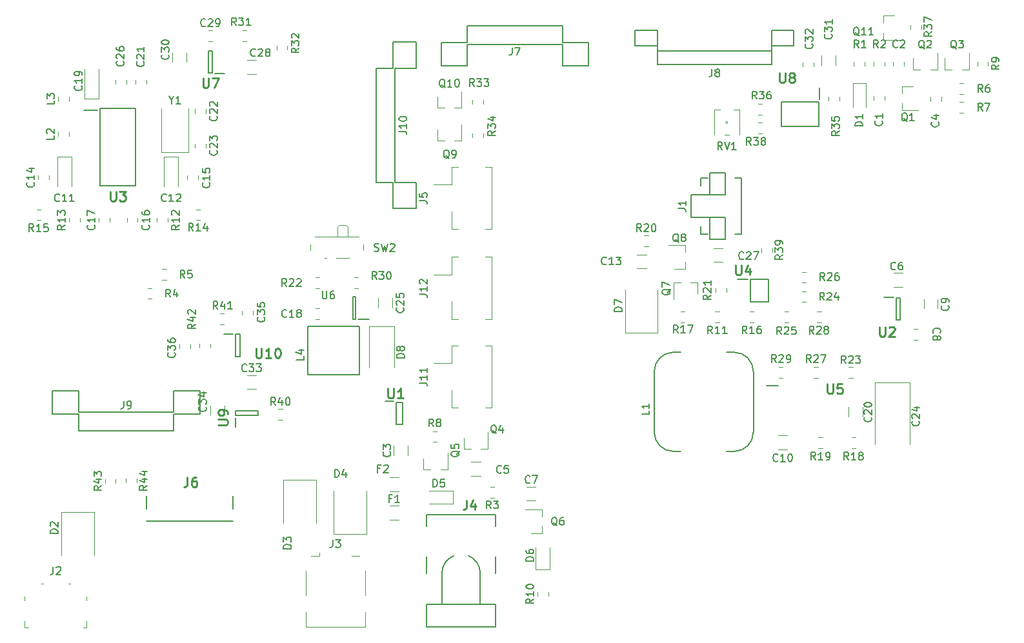
<source format=gto>
G04 #@! TF.GenerationSoftware,KiCad,Pcbnew,5.0.2-bee76a0~70~ubuntu18.04.1*
G04 #@! TF.CreationDate,2018-12-20T17:19:35+03:00*
G04 #@! TF.ProjectId,AA-PI-V2_2-Display-Board-NanoPiA64,41412d50-492d-4563-925f-322d44697370,2.2*
G04 #@! TF.SameCoordinates,Original*
G04 #@! TF.FileFunction,Legend,Top*
G04 #@! TF.FilePolarity,Positive*
%FSLAX46Y46*%
G04 Gerber Fmt 4.6, Leading zero omitted, Abs format (unit mm)*
G04 Created by KiCad (PCBNEW 5.0.2-bee76a0~70~ubuntu18.04.1) date Thu 20 Dec 2018 17:19:35 MSK*
%MOMM*%
%LPD*%
G01*
G04 APERTURE LIST*
%ADD10C,0.120000*%
%ADD11C,0.200000*%
%ADD12C,0.150000*%
%ADD13C,0.100000*%
%ADD14C,0.203200*%
%ADD15C,0.254000*%
G04 APERTURE END LIST*
D10*
G04 #@! TO.C,R44*
X72740000Y-120228748D02*
X72740000Y-120751252D01*
X74160000Y-120228748D02*
X74160000Y-120751252D01*
G04 #@! TO.C,R43*
X71440000Y-120268748D02*
X71440000Y-120791252D01*
X70020000Y-120268748D02*
X70020000Y-120791252D01*
D11*
G04 #@! TO.C,U2*
X173835000Y-96512000D02*
X174385000Y-96512000D01*
X174385000Y-96512000D02*
X174385000Y-99408000D01*
X174385000Y-99408000D02*
X173835000Y-99408000D01*
X173835000Y-99408000D02*
X173835000Y-96512000D01*
X172235000Y-96446000D02*
X173485000Y-96446000D01*
D10*
G04 #@! TO.C,C8*
X176148748Y-100590000D02*
X176671252Y-100590000D01*
X176148748Y-102010000D02*
X176671252Y-102010000D01*
G04 #@! TO.C,C35*
X89450000Y-98741252D02*
X89450000Y-98218748D01*
X88030000Y-98741252D02*
X88030000Y-98218748D01*
G04 #@! TO.C,C36*
X81210000Y-102598748D02*
X81210000Y-103121252D01*
X79790000Y-102598748D02*
X79790000Y-103121252D01*
G04 #@! TO.C,C33*
X88647936Y-108470000D02*
X89852064Y-108470000D01*
X88647936Y-106650000D02*
X89852064Y-106650000D01*
G04 #@! TO.C,C9*
X177490000Y-97892064D02*
X177490000Y-96687936D01*
X179310000Y-97892064D02*
X179310000Y-96687936D01*
G04 #@! TO.C,C34*
X83870000Y-110667936D02*
X83870000Y-111872064D01*
X85690000Y-110667936D02*
X85690000Y-111872064D01*
G04 #@! TO.C,C6*
X174702064Y-95060000D02*
X173497936Y-95060000D01*
X174702064Y-93240000D02*
X173497936Y-93240000D01*
G04 #@! TO.C,R42*
X82430000Y-103041252D02*
X82430000Y-102518748D01*
X83850000Y-103041252D02*
X83850000Y-102518748D01*
G04 #@! TO.C,R41*
X85631252Y-98580000D02*
X85108748Y-98580000D01*
X85631252Y-100000000D02*
X85108748Y-100000000D01*
G04 #@! TO.C,R40*
X92778748Y-111080000D02*
X93301252Y-111080000D01*
X92778748Y-112500000D02*
X93301252Y-112500000D01*
D11*
G04 #@! TO.C,U9*
X87130000Y-113450000D02*
X87130000Y-112250000D01*
X90080000Y-111900000D02*
X87180000Y-111900000D01*
X90080000Y-111300000D02*
X90080000Y-111900000D01*
X87180000Y-111300000D02*
X90080000Y-111300000D01*
X87180000Y-111900000D02*
X87180000Y-111300000D01*
G04 #@! TO.C,U10*
X87150000Y-101290000D02*
X87750000Y-101290000D01*
X87750000Y-101290000D02*
X87750000Y-104190000D01*
X87750000Y-104190000D02*
X87150000Y-104190000D01*
X87150000Y-104190000D02*
X87150000Y-101290000D01*
X85600000Y-101240000D02*
X86800000Y-101240000D01*
D10*
G04 #@! TO.C,C32*
X162980000Y-65618748D02*
X162980000Y-66141252D01*
X161560000Y-65618748D02*
X161560000Y-66141252D01*
G04 #@! TO.C,C31*
X164050000Y-65922064D02*
X164050000Y-64717936D01*
X165870000Y-65922064D02*
X165870000Y-64717936D01*
G04 #@! TO.C,R39*
X156150000Y-89968748D02*
X156150000Y-90491252D01*
X157570000Y-89968748D02*
X157570000Y-90491252D01*
G04 #@! TO.C,R38*
X156261252Y-74930000D02*
X155738748Y-74930000D01*
X156261252Y-73510000D02*
X155738748Y-73510000D01*
D11*
G04 #@! TO.C,U8*
X163670000Y-70770000D02*
X163670000Y-73970000D01*
X163670000Y-73970000D02*
X158770000Y-73970000D01*
X158770000Y-73970000D02*
X158770000Y-70770000D01*
X158770000Y-70770000D02*
X163670000Y-70770000D01*
X163800000Y-68920000D02*
X163800000Y-70420000D01*
D12*
G04 #@! TO.C,J8*
X157500000Y-65875000D02*
X142500000Y-65875000D01*
X157500000Y-64125000D02*
X142500000Y-64125000D01*
X157500000Y-64125000D02*
X157500000Y-61370000D01*
X142500000Y-64125000D02*
X142500000Y-61370000D01*
X157500000Y-61370000D02*
X160400000Y-61370000D01*
X142500000Y-61370000D02*
X139600000Y-61370000D01*
X160400000Y-61370000D02*
X160400000Y-63420000D01*
X139600000Y-61370000D02*
X139600000Y-63420000D01*
X160400000Y-63420000D02*
X157500000Y-63420000D01*
X139600000Y-63420000D02*
X142500000Y-63420000D01*
X157500000Y-63420000D02*
X157500000Y-65875000D01*
X142500000Y-63420000D02*
X142500000Y-65875000D01*
G04 #@! TO.C,J7*
X117550000Y-60795000D02*
X130050000Y-60795000D01*
X117550000Y-63245000D02*
X130050000Y-63245000D01*
X117550000Y-63245000D02*
X117550000Y-66070000D01*
X130050000Y-63245000D02*
X130050000Y-66070000D01*
X117550000Y-66070000D02*
X114125000Y-66070000D01*
X130050000Y-66070000D02*
X133475000Y-66070000D01*
X114125000Y-66070000D02*
X114125000Y-63020000D01*
X133475000Y-66070000D02*
X133475000Y-63020000D01*
X114125000Y-63020000D02*
X117550000Y-63020000D01*
X133475000Y-63020000D02*
X130050000Y-63020000D01*
X117550000Y-63020000D02*
X117550000Y-60795000D01*
X130050000Y-63020000D02*
X130050000Y-60795000D01*
D10*
G04 #@! TO.C,R37*
X177130000Y-60668748D02*
X177130000Y-61191252D01*
X175710000Y-60668748D02*
X175710000Y-61191252D01*
G04 #@! TO.C,Q11*
X172120000Y-59450000D02*
X172120000Y-60380000D01*
X172120000Y-62610000D02*
X172120000Y-61680000D01*
X172120000Y-62610000D02*
X174280000Y-62610000D01*
X172120000Y-59450000D02*
X173580000Y-59450000D01*
G04 #@! TO.C,R34*
X119680000Y-75421252D02*
X119680000Y-74898748D01*
X118260000Y-75421252D02*
X118260000Y-74898748D01*
G04 #@! TO.C,R33*
X118230000Y-71031252D02*
X118230000Y-70508748D01*
X119650000Y-71031252D02*
X119650000Y-70508748D01*
G04 #@! TO.C,R36*
X155748748Y-72480000D02*
X156271252Y-72480000D01*
X155748748Y-71060000D02*
X156271252Y-71060000D01*
G04 #@! TO.C,R35*
X166410000Y-70118748D02*
X166410000Y-70641252D01*
X164990000Y-70118748D02*
X164990000Y-70641252D01*
G04 #@! TO.C,RV1*
X150710000Y-71800000D02*
X149960000Y-71800000D01*
X149960000Y-71800000D02*
X149960000Y-75100000D01*
X152510000Y-71800000D02*
X153260000Y-71800000D01*
X153260000Y-71800000D02*
X153260000Y-75100000D01*
X151310000Y-75100000D02*
X151910000Y-75100000D01*
D13*
X151751421Y-73450000D02*
G75*
G03X151751421Y-73450000I-141421J0D01*
G01*
D10*
G04 #@! TO.C,Q9*
X113630000Y-75860000D02*
X113630000Y-74400000D01*
X116790000Y-75860000D02*
X116790000Y-73700000D01*
X116790000Y-75860000D02*
X115860000Y-75860000D01*
X113630000Y-75860000D02*
X114560000Y-75860000D01*
G04 #@! TO.C,Q10*
X113630000Y-71570000D02*
X114560000Y-71570000D01*
X116790000Y-71570000D02*
X115860000Y-71570000D01*
X116790000Y-71570000D02*
X116790000Y-69410000D01*
X113630000Y-71570000D02*
X113630000Y-70110000D01*
G04 #@! TO.C,R32*
X92530000Y-63921252D02*
X92530000Y-63398748D01*
X93950000Y-63921252D02*
X93950000Y-63398748D01*
D11*
G04 #@! TO.C,U7*
X84125000Y-66998000D02*
X83575000Y-66998000D01*
X83575000Y-66998000D02*
X83575000Y-64102000D01*
X83575000Y-64102000D02*
X84125000Y-64102000D01*
X84125000Y-64102000D02*
X84125000Y-66998000D01*
X85725000Y-67064000D02*
X84475000Y-67064000D01*
D10*
G04 #@! TO.C,C29*
X83588748Y-61370000D02*
X84111252Y-61370000D01*
X83588748Y-62790000D02*
X84111252Y-62790000D01*
G04 #@! TO.C,C30*
X78860000Y-64327936D02*
X78860000Y-65532064D01*
X80680000Y-64327936D02*
X80680000Y-65532064D01*
G04 #@! TO.C,C28*
X89862064Y-67120000D02*
X88657936Y-67120000D01*
X89862064Y-65300000D02*
X88657936Y-65300000D01*
G04 #@! TO.C,R31*
X88566252Y-62790000D02*
X88043748Y-62790000D01*
X88566252Y-61370000D02*
X88043748Y-61370000D01*
D11*
G04 #@! TO.C,U6*
X104678000Y-99328000D02*
X103278000Y-99328000D01*
X102928000Y-96378000D02*
X102928000Y-99278000D01*
X102528000Y-96378000D02*
X102928000Y-96378000D01*
X102528000Y-99278000D02*
X102528000Y-96378000D01*
X102928000Y-99278000D02*
X102528000Y-99278000D01*
D10*
G04 #@! TO.C,C23*
X81840000Y-76761252D02*
X81840000Y-76238748D01*
X83260000Y-76761252D02*
X83260000Y-76238748D01*
D11*
G04 #@! TO.C,U1*
X106805000Y-110065000D02*
X107855000Y-110065000D01*
X108205000Y-113090000D02*
X108205000Y-110190000D01*
X109055000Y-113090000D02*
X108205000Y-113090000D01*
X109055000Y-110190000D02*
X109055000Y-113090000D01*
X108205000Y-110190000D02*
X109055000Y-110190000D01*
G04 #@! TO.C,U3*
X67250000Y-71900000D02*
X69050000Y-71900000D01*
X69400000Y-81800000D02*
X69400000Y-71600000D01*
X74000000Y-81800000D02*
X69400000Y-81800000D01*
X74000000Y-71600000D02*
X74000000Y-81800000D01*
X69400000Y-71600000D02*
X74000000Y-71600000D01*
G04 #@! TO.C,U5*
X156845000Y-108022000D02*
X158320000Y-108022000D01*
D12*
G04 #@! TO.C,J4*
X117709175Y-130349704D02*
G75*
G02X119250000Y-132481386I-852175J-2238682D01*
G01*
X112250000Y-139700000D02*
X121250000Y-139700000D01*
X112250000Y-125000000D02*
X121250000Y-125000000D01*
X112250000Y-136700000D02*
X114250000Y-136700000D01*
X114250000Y-136700000D02*
X119250000Y-136700000D01*
X119250000Y-136700000D02*
X121250000Y-136700000D01*
X114250000Y-136680000D02*
X114250000Y-132504000D01*
X115790825Y-130372318D02*
G75*
G03X114250000Y-132504000I852175J-2238682D01*
G01*
X119250000Y-132504000D02*
X119250000Y-136700000D01*
X112250000Y-139700000D02*
X112250000Y-136700000D01*
X112250000Y-132700000D02*
X112250000Y-130500000D01*
X112250000Y-126500000D02*
X112250000Y-125000000D01*
X121250000Y-125000000D02*
X121250000Y-126500000D01*
X121250000Y-130500000D02*
X121250000Y-132700000D01*
X121250000Y-136700000D02*
X121250000Y-139700000D01*
G04 #@! TO.C,J6*
X86850000Y-122510000D02*
X86850000Y-124160000D01*
X75450000Y-122510000D02*
X75450000Y-124160000D01*
X75450000Y-125810000D02*
X86850000Y-125810000D01*
G04 #@! TO.C,J1*
X153550000Y-87800000D02*
X153550000Y-81750000D01*
X153200000Y-88150000D02*
X153550000Y-88150000D01*
X153550000Y-81750000D02*
X153550000Y-80750000D01*
X153550000Y-88150000D02*
X153550000Y-87800000D01*
X152650000Y-88150000D02*
X153200000Y-88150000D01*
X152650000Y-80750000D02*
X153550000Y-80750000D01*
X148200000Y-88150000D02*
X148200000Y-87150000D01*
X148200000Y-88150000D02*
X149100000Y-88150000D01*
X148200000Y-80750000D02*
X149100000Y-80750000D01*
X148200000Y-81750000D02*
X148200000Y-80750000D01*
X149380000Y-82950000D02*
X146925000Y-82950000D01*
X149380000Y-85950000D02*
X146925000Y-85950000D01*
X149380000Y-80050000D02*
X149380000Y-82950000D01*
X149380000Y-88850000D02*
X149380000Y-85950000D01*
X151430000Y-80050000D02*
X149380000Y-80050000D01*
X151430000Y-88850000D02*
X149380000Y-88850000D01*
X151430000Y-82950000D02*
X151430000Y-80050000D01*
X151430000Y-85950000D02*
X151430000Y-88850000D01*
X148675000Y-82950000D02*
X151430000Y-82950000D01*
X148675000Y-85950000D02*
X151430000Y-85950000D01*
X146925000Y-85950000D02*
X146925000Y-82950000D01*
D10*
G04 #@! TO.C,C1*
X172310000Y-70561252D02*
X172310000Y-70038748D01*
X170890000Y-70561252D02*
X170890000Y-70038748D01*
G04 #@! TO.C,C2*
X174860000Y-65538748D02*
X174860000Y-66061252D01*
X173440000Y-65538748D02*
X173440000Y-66061252D01*
G04 #@! TO.C,C3*
X109740000Y-115937936D02*
X109740000Y-117142064D01*
X107920000Y-115937936D02*
X107920000Y-117142064D01*
G04 #@! TO.C,C4*
X178340000Y-70138748D02*
X178340000Y-70661252D01*
X179760000Y-70138748D02*
X179760000Y-70661252D01*
G04 #@! TO.C,C5*
X118097936Y-118040000D02*
X119302064Y-118040000D01*
X118097936Y-119860000D02*
X119302064Y-119860000D01*
G04 #@! TO.C,C7*
X125347936Y-121290000D02*
X126552064Y-121290000D01*
X125347936Y-123110000D02*
X126552064Y-123110000D01*
G04 #@! TO.C,C10*
X158347936Y-116410000D02*
X159552064Y-116410000D01*
X158347936Y-114590000D02*
X159552064Y-114590000D01*
G04 #@! TO.C,C11*
X65635000Y-81850000D02*
X65635000Y-77940000D01*
X65635000Y-77940000D02*
X63765000Y-77940000D01*
X63765000Y-77940000D02*
X63765000Y-81850000D01*
G04 #@! TO.C,C12*
X77765000Y-77940000D02*
X77765000Y-81850000D01*
X79635000Y-77940000D02*
X77765000Y-77940000D01*
X79635000Y-81850000D02*
X79635000Y-77940000D01*
G04 #@! TO.C,C13*
X139847936Y-90840000D02*
X141052064Y-90840000D01*
X139847936Y-92660000D02*
X141052064Y-92660000D01*
G04 #@! TO.C,C14*
X61240000Y-80438748D02*
X61240000Y-80961252D01*
X62660000Y-80438748D02*
X62660000Y-80961252D01*
G04 #@! TO.C,C15*
X80790000Y-80961252D02*
X80790000Y-80438748D01*
X82210000Y-80961252D02*
X82210000Y-80438748D01*
G04 #@! TO.C,C16*
X72890000Y-86038748D02*
X72890000Y-86561252D01*
X74310000Y-86038748D02*
X74310000Y-86561252D01*
G04 #@! TO.C,C17*
X70610000Y-86038748D02*
X70610000Y-86561252D01*
X69190000Y-86038748D02*
X69190000Y-86561252D01*
G04 #@! TO.C,C18*
X98163252Y-99300000D02*
X97640748Y-99300000D01*
X98163252Y-97880000D02*
X97640748Y-97880000D01*
G04 #@! TO.C,C19*
X67335000Y-66430000D02*
X67335000Y-70340000D01*
X67335000Y-70340000D02*
X69205000Y-70340000D01*
X69205000Y-70340000D02*
X69205000Y-66430000D01*
G04 #@! TO.C,C20*
X167590000Y-110847936D02*
X167590000Y-112052064D01*
X169410000Y-110847936D02*
X169410000Y-112052064D01*
G04 #@! TO.C,C21*
X74050000Y-68391252D02*
X74050000Y-67868748D01*
X75470000Y-68391252D02*
X75470000Y-67868748D01*
G04 #@! TO.C,C22*
X81840000Y-71738748D02*
X81840000Y-72261252D01*
X83260000Y-71738748D02*
X83260000Y-72261252D01*
G04 #@! TO.C,C24*
X175610000Y-115700000D02*
X175610000Y-107640000D01*
X175610000Y-107640000D02*
X171090000Y-107640000D01*
X171090000Y-107640000D02*
X171090000Y-115700000D01*
G04 #@! TO.C,C25*
X107710000Y-97752064D02*
X107710000Y-96547936D01*
X105890000Y-97752064D02*
X105890000Y-96547936D01*
G04 #@! TO.C,C26*
X71420000Y-68391252D02*
X71420000Y-67868748D01*
X72840000Y-68391252D02*
X72840000Y-67868748D01*
G04 #@! TO.C,C27*
X149867936Y-91810000D02*
X151072064Y-91810000D01*
X149867936Y-89990000D02*
X151072064Y-89990000D01*
G04 #@! TO.C,D1*
X169850000Y-68300000D02*
X168150000Y-68300000D01*
X168150000Y-68300000D02*
X168150000Y-71450000D01*
X169850000Y-68300000D02*
X169850000Y-71450000D01*
G04 #@! TO.C,D2*
X68630000Y-124600000D02*
X68630000Y-130300000D01*
X64330000Y-124600000D02*
X64330000Y-130300000D01*
X68630000Y-124600000D02*
X64330000Y-124600000D01*
G04 #@! TO.C,D3*
X97750000Y-120400000D02*
X97750000Y-126100000D01*
X93450000Y-120400000D02*
X93450000Y-126100000D01*
X97750000Y-120400000D02*
X93450000Y-120400000D01*
G04 #@! TO.C,D4*
X100050000Y-127500000D02*
X104350000Y-127500000D01*
X104350000Y-127500000D02*
X104350000Y-121800000D01*
X100050000Y-127500000D02*
X100050000Y-121800000D01*
G04 #@! TO.C,D5*
X115716000Y-123490000D02*
X112566000Y-123490000D01*
X115716000Y-121790000D02*
X112566000Y-121790000D01*
X115716000Y-123490000D02*
X115716000Y-121790000D01*
G04 #@! TO.C,D6*
X126508000Y-129294000D02*
X126508000Y-132154000D01*
X126508000Y-132154000D02*
X128428000Y-132154000D01*
X128428000Y-132154000D02*
X128428000Y-129294000D01*
G04 #@! TO.C,D7*
X138250000Y-101100000D02*
X142550000Y-101100000D01*
X142550000Y-101100000D02*
X142550000Y-95400000D01*
X138250000Y-101100000D02*
X138250000Y-95400000D01*
G04 #@! TO.C,D8*
X108000000Y-100250000D02*
X104700000Y-100250000D01*
X104700000Y-100250000D02*
X104700000Y-105650000D01*
X108000000Y-100250000D02*
X108000000Y-105650000D01*
G04 #@! TO.C,F1*
X108552064Y-125610000D02*
X107347936Y-125610000D01*
X108552064Y-123790000D02*
X107347936Y-123790000D01*
G04 #@! TO.C,F2*
X107347936Y-121890000D02*
X108552064Y-121890000D01*
X107347936Y-120070000D02*
X108552064Y-120070000D01*
D13*
G04 #@! TO.C,J2*
X67600000Y-135750000D02*
X67600000Y-136250000D01*
X65200000Y-134000000D02*
X65500000Y-134000000D01*
X59500000Y-135750000D02*
X59500000Y-136200000D01*
X61650000Y-134000000D02*
X61950000Y-134000000D01*
X59500000Y-138950000D02*
X59500000Y-139750000D01*
X59500000Y-139750000D02*
X60000000Y-139750000D01*
X67150000Y-139750000D02*
X67600000Y-139750000D01*
X67600000Y-139750000D02*
X67600000Y-138900000D01*
D10*
G04 #@! TO.C,J3*
X104160000Y-139710000D02*
X96340000Y-139710000D01*
X98140000Y-130390000D02*
X98140000Y-129960000D01*
X104160000Y-139710000D02*
X104160000Y-137760000D01*
X104160000Y-135540000D02*
X104160000Y-132310000D01*
X102360000Y-130390000D02*
X103440000Y-130390000D01*
X97060000Y-130390000D02*
X98140000Y-130390000D01*
X96340000Y-135540000D02*
X96340000Y-132310000D01*
X96340000Y-139710000D02*
X96340000Y-137760000D01*
G04 #@! TO.C,J5*
X116390000Y-79315000D02*
X115540000Y-79315000D01*
X115540000Y-79315000D02*
X115540000Y-81640000D01*
X115540000Y-81640000D02*
X113150000Y-81640000D01*
X116390000Y-87485000D02*
X115540000Y-87485000D01*
X115540000Y-87485000D02*
X115540000Y-85160000D01*
X119910000Y-79315000D02*
X120760000Y-79315000D01*
X120760000Y-79315000D02*
X120760000Y-87485000D01*
X120760000Y-87485000D02*
X119910000Y-87485000D01*
D12*
G04 #@! TO.C,J9*
X79050000Y-113975000D02*
X66550000Y-113975000D01*
X79050000Y-111525000D02*
X66550000Y-111525000D01*
X79050000Y-111525000D02*
X79050000Y-108700000D01*
X66550000Y-111525000D02*
X66550000Y-108700000D01*
X79050000Y-108700000D02*
X82475000Y-108700000D01*
X66550000Y-108700000D02*
X63125000Y-108700000D01*
X82475000Y-108700000D02*
X82475000Y-111750000D01*
X63125000Y-108700000D02*
X63125000Y-111750000D01*
X82475000Y-111750000D02*
X79050000Y-111750000D01*
X63125000Y-111750000D02*
X66550000Y-111750000D01*
X79050000Y-111750000D02*
X79050000Y-113975000D01*
X66550000Y-111750000D02*
X66550000Y-113975000D01*
G04 #@! TO.C,J10*
X105625000Y-81350000D02*
X105625000Y-66350000D01*
X108075000Y-81350000D02*
X108075000Y-66350000D01*
X108075000Y-81350000D02*
X110900000Y-81350000D01*
X108075000Y-66350000D02*
X110900000Y-66350000D01*
X110900000Y-81350000D02*
X110900000Y-84775000D01*
X110900000Y-66350000D02*
X110900000Y-62925000D01*
X110900000Y-84775000D02*
X107850000Y-84775000D01*
X110900000Y-62925000D02*
X107850000Y-62925000D01*
X107850000Y-84775000D02*
X107850000Y-81350000D01*
X107850000Y-62925000D02*
X107850000Y-66350000D01*
X107850000Y-81350000D02*
X105625000Y-81350000D01*
X107850000Y-66350000D02*
X105625000Y-66350000D01*
D10*
G04 #@! TO.C,J11*
X120760000Y-110935000D02*
X119910000Y-110935000D01*
X120760000Y-102765000D02*
X120760000Y-110935000D01*
X119910000Y-102765000D02*
X120760000Y-102765000D01*
X115540000Y-110935000D02*
X115540000Y-108610000D01*
X116390000Y-110935000D02*
X115540000Y-110935000D01*
X115540000Y-105090000D02*
X113150000Y-105090000D01*
X115540000Y-102765000D02*
X115540000Y-105090000D01*
X116390000Y-102765000D02*
X115540000Y-102765000D01*
G04 #@! TO.C,J12*
X116390000Y-91115000D02*
X115540000Y-91115000D01*
X115540000Y-91115000D02*
X115540000Y-93440000D01*
X115540000Y-93440000D02*
X113150000Y-93440000D01*
X116390000Y-99285000D02*
X115540000Y-99285000D01*
X115540000Y-99285000D02*
X115540000Y-96960000D01*
X119910000Y-91115000D02*
X120760000Y-91115000D01*
X120760000Y-91115000D02*
X120760000Y-99285000D01*
X120760000Y-99285000D02*
X119910000Y-99285000D01*
D14*
G04 #@! TO.C,L1*
X142100000Y-114150000D02*
G75*
G03X144600000Y-116650000I2500000J0D01*
G01*
X142100000Y-114150000D02*
X142100000Y-106150000D01*
X144600000Y-103650000D02*
G75*
G03X142100000Y-106150000I0J-2500000D01*
G01*
X144600000Y-103650000D02*
X145600000Y-103650000D01*
X151600000Y-103650000D02*
X152600000Y-103650000D01*
X155100000Y-106150000D02*
G75*
G03X152600000Y-103650000I-2500000J0D01*
G01*
X155100000Y-106150000D02*
X155100000Y-114150000D01*
X152600000Y-116650000D02*
G75*
G03X155100000Y-114150000I0J2500000D01*
G01*
X152600000Y-116650000D02*
X151600000Y-116650000D01*
X145600000Y-116650000D02*
X144600000Y-116650000D01*
D10*
G04 #@! TO.C,L2*
X63890000Y-74748748D02*
X63890000Y-75271252D01*
X65310000Y-74748748D02*
X65310000Y-75271252D01*
G04 #@! TO.C,L3*
X63890000Y-70661252D02*
X63890000Y-70138748D01*
X65310000Y-70661252D02*
X65310000Y-70138748D01*
D14*
G04 #@! TO.C,L4*
X96650000Y-106625000D02*
X96650000Y-100275000D01*
X96650000Y-100275000D02*
X103450000Y-100275000D01*
X103450000Y-100275000D02*
X103450000Y-106625000D01*
X103450000Y-106625000D02*
X96650000Y-106625000D01*
D10*
G04 #@! TO.C,Q1*
X174590000Y-68720000D02*
X176050000Y-68720000D01*
X174590000Y-71880000D02*
X176750000Y-71880000D01*
X174590000Y-71880000D02*
X174590000Y-70950000D01*
X174590000Y-68720000D02*
X174590000Y-69650000D01*
G04 #@! TO.C,Q2*
X176070000Y-66510000D02*
X177000000Y-66510000D01*
X179230000Y-66510000D02*
X178300000Y-66510000D01*
X179230000Y-66510000D02*
X179230000Y-64350000D01*
X176070000Y-66510000D02*
X176070000Y-65050000D01*
G04 #@! TO.C,Q3*
X180220000Y-66510000D02*
X180220000Y-65050000D01*
X183380000Y-66510000D02*
X183380000Y-64350000D01*
X183380000Y-66510000D02*
X182450000Y-66510000D01*
X180220000Y-66510000D02*
X181150000Y-66510000D01*
G04 #@! TO.C,Q4*
X117120000Y-116310000D02*
X117120000Y-114850000D01*
X120280000Y-116310000D02*
X120280000Y-114150000D01*
X120280000Y-116310000D02*
X119350000Y-116310000D01*
X117120000Y-116310000D02*
X118050000Y-116310000D01*
G04 #@! TO.C,Q5*
X111824000Y-119028000D02*
X112754000Y-119028000D01*
X114984000Y-119028000D02*
X114054000Y-119028000D01*
X114984000Y-119028000D02*
X114984000Y-116868000D01*
X111824000Y-119028000D02*
X111824000Y-117568000D01*
G04 #@! TO.C,Q6*
X127360000Y-127430000D02*
X127360000Y-126500000D01*
X127360000Y-124270000D02*
X127360000Y-125200000D01*
X127360000Y-124270000D02*
X125200000Y-124270000D01*
X127360000Y-127430000D02*
X125900000Y-127430000D01*
G04 #@! TO.C,Q7*
X147780000Y-94490000D02*
X147780000Y-95950000D01*
X144620000Y-94490000D02*
X144620000Y-96650000D01*
X144620000Y-94490000D02*
X145550000Y-94490000D01*
X147780000Y-94490000D02*
X146850000Y-94490000D01*
G04 #@! TO.C,Q8*
X146160000Y-92730000D02*
X146160000Y-91800000D01*
X146160000Y-89570000D02*
X146160000Y-90500000D01*
X146160000Y-89570000D02*
X144000000Y-89570000D01*
X146160000Y-92730000D02*
X144700000Y-92730000D01*
G04 #@! TO.C,R1*
X169710000Y-65538748D02*
X169710000Y-66061252D01*
X168290000Y-65538748D02*
X168290000Y-66061252D01*
G04 #@! TO.C,R2*
X170890000Y-65538748D02*
X170890000Y-66061252D01*
X172310000Y-65538748D02*
X172310000Y-66061252D01*
G04 #@! TO.C,R3*
X121111252Y-121340000D02*
X120588748Y-121340000D01*
X121111252Y-122760000D02*
X120588748Y-122760000D01*
G04 #@! TO.C,R4*
X75628748Y-95220000D02*
X76151252Y-95220000D01*
X75628748Y-96640000D02*
X76151252Y-96640000D01*
G04 #@! TO.C,R5*
X77538748Y-94150000D02*
X78061252Y-94150000D01*
X77538748Y-92730000D02*
X78061252Y-92730000D01*
G04 #@! TO.C,R6*
X182138748Y-68340000D02*
X182661252Y-68340000D01*
X182138748Y-69760000D02*
X182661252Y-69760000D01*
G04 #@! TO.C,R7*
X182686252Y-70790000D02*
X182163748Y-70790000D01*
X182686252Y-72210000D02*
X182163748Y-72210000D01*
G04 #@! TO.C,R8*
X113561252Y-115430000D02*
X113038748Y-115430000D01*
X113561252Y-114010000D02*
X113038748Y-114010000D01*
G04 #@! TO.C,R9*
X184490000Y-66061252D02*
X184490000Y-65538748D01*
X185910000Y-66061252D02*
X185910000Y-65538748D01*
G04 #@! TO.C,R10*
X128178000Y-135635252D02*
X128178000Y-135112748D01*
X126758000Y-135635252D02*
X126758000Y-135112748D01*
G04 #@! TO.C,R11*
X150088748Y-99710000D02*
X150611252Y-99710000D01*
X150088748Y-98290000D02*
X150611252Y-98290000D01*
G04 #@! TO.C,R12*
X76840000Y-86561252D02*
X76840000Y-86038748D01*
X78260000Y-86561252D02*
X78260000Y-86038748D01*
G04 #@! TO.C,R13*
X66710000Y-86561252D02*
X66710000Y-86038748D01*
X65290000Y-86561252D02*
X65290000Y-86038748D01*
G04 #@! TO.C,R14*
X82511252Y-84890000D02*
X81988748Y-84890000D01*
X82511252Y-86310000D02*
X81988748Y-86310000D01*
G04 #@! TO.C,R15*
X61038748Y-84890000D02*
X61561252Y-84890000D01*
X61038748Y-86310000D02*
X61561252Y-86310000D01*
G04 #@! TO.C,R16*
X155161252Y-98290000D02*
X154638748Y-98290000D01*
X155161252Y-99710000D02*
X154638748Y-99710000D01*
G04 #@! TO.C,R17*
X146111252Y-99710000D02*
X145588748Y-99710000D01*
X146111252Y-98290000D02*
X145588748Y-98290000D01*
G04 #@! TO.C,R18*
X167974748Y-114834000D02*
X168497252Y-114834000D01*
X167974748Y-116254000D02*
X168497252Y-116254000D01*
G04 #@! TO.C,R19*
X163638748Y-116254000D02*
X164161252Y-116254000D01*
X163638748Y-114834000D02*
X164161252Y-114834000D01*
G04 #@! TO.C,R20*
X140788748Y-89710000D02*
X141311252Y-89710000D01*
X140788748Y-88290000D02*
X141311252Y-88290000D01*
G04 #@! TO.C,R21*
X151560000Y-95238748D02*
X151560000Y-95761252D01*
X150140000Y-95238748D02*
X150140000Y-95761252D01*
G04 #@! TO.C,R22*
X98163252Y-95236000D02*
X97640748Y-95236000D01*
X98163252Y-93816000D02*
X97640748Y-93816000D01*
G04 #@! TO.C,R23*
X167624748Y-105590000D02*
X168147252Y-105590000D01*
X167624748Y-107010000D02*
X168147252Y-107010000D01*
G04 #@! TO.C,R24*
X162011252Y-97060000D02*
X161488748Y-97060000D01*
X162011252Y-95640000D02*
X161488748Y-95640000D01*
G04 #@! TO.C,R25*
X159188748Y-99710000D02*
X159711252Y-99710000D01*
X159188748Y-98290000D02*
X159711252Y-98290000D01*
G04 #@! TO.C,R26*
X161488748Y-93090000D02*
X162011252Y-93090000D01*
X161488748Y-94510000D02*
X162011252Y-94510000D01*
G04 #@! TO.C,R27*
X163575252Y-105590000D02*
X163052748Y-105590000D01*
X163575252Y-107010000D02*
X163052748Y-107010000D01*
G04 #@! TO.C,R28*
X163468748Y-99740000D02*
X163991252Y-99740000D01*
X163468748Y-98320000D02*
X163991252Y-98320000D01*
G04 #@! TO.C,R29*
X158991252Y-107000000D02*
X158468748Y-107000000D01*
X158991252Y-105580000D02*
X158468748Y-105580000D01*
G04 #@! TO.C,R30*
X103243252Y-93816000D02*
X102720748Y-93816000D01*
X103243252Y-95236000D02*
X102720748Y-95236000D01*
G04 #@! TO.C,SW2*
X99050000Y-91300000D02*
X98850000Y-91300000D01*
X101850000Y-87160000D02*
X101650000Y-86950000D01*
X100550000Y-87160000D02*
X100750000Y-86950000D01*
X101850000Y-88450000D02*
X101850000Y-87160000D01*
X101650000Y-86950000D02*
X100750000Y-86950000D01*
X100550000Y-87160000D02*
X100550000Y-88450000D01*
X103300000Y-88450000D02*
X97600000Y-88450000D01*
X102050000Y-91300000D02*
X100350000Y-91300000D01*
X103900000Y-90250000D02*
X103900000Y-89460000D01*
X97000000Y-89460000D02*
X97000000Y-90250000D01*
D11*
G04 #@! TO.C,U4*
X154750000Y-94050000D02*
X157050000Y-94050000D01*
X157050000Y-94050000D02*
X157050000Y-97050000D01*
X157050000Y-97050000D02*
X154750000Y-97050000D01*
X154750000Y-97050000D02*
X154750000Y-94050000D01*
X153000000Y-94050000D02*
X154400000Y-94050000D01*
D10*
G04 #@! TO.C,Y1*
X77410000Y-71650000D02*
X77410000Y-77400000D01*
X77410000Y-77400000D02*
X81010000Y-77400000D01*
X81010000Y-77400000D02*
X81010000Y-71650000D01*
G04 #@! TO.C,R44*
D12*
X75552380Y-121132857D02*
X75076190Y-121466190D01*
X75552380Y-121704285D02*
X74552380Y-121704285D01*
X74552380Y-121323333D01*
X74600000Y-121228095D01*
X74647619Y-121180476D01*
X74742857Y-121132857D01*
X74885714Y-121132857D01*
X74980952Y-121180476D01*
X75028571Y-121228095D01*
X75076190Y-121323333D01*
X75076190Y-121704285D01*
X74885714Y-120275714D02*
X75552380Y-120275714D01*
X74504761Y-120513809D02*
X75219047Y-120751904D01*
X75219047Y-120132857D01*
X74885714Y-119323333D02*
X75552380Y-119323333D01*
X74504761Y-119561428D02*
X75219047Y-119799523D01*
X75219047Y-119180476D01*
G04 #@! TO.C,R43*
X69572380Y-121192857D02*
X69096190Y-121526190D01*
X69572380Y-121764285D02*
X68572380Y-121764285D01*
X68572380Y-121383333D01*
X68620000Y-121288095D01*
X68667619Y-121240476D01*
X68762857Y-121192857D01*
X68905714Y-121192857D01*
X69000952Y-121240476D01*
X69048571Y-121288095D01*
X69096190Y-121383333D01*
X69096190Y-121764285D01*
X68905714Y-120335714D02*
X69572380Y-120335714D01*
X68524761Y-120573809D02*
X69239047Y-120811904D01*
X69239047Y-120192857D01*
X68572380Y-119907142D02*
X68572380Y-119288095D01*
X68953333Y-119621428D01*
X68953333Y-119478571D01*
X69000952Y-119383333D01*
X69048571Y-119335714D01*
X69143809Y-119288095D01*
X69381904Y-119288095D01*
X69477142Y-119335714D01*
X69524761Y-119383333D01*
X69572380Y-119478571D01*
X69572380Y-119764285D01*
X69524761Y-119859523D01*
X69477142Y-119907142D01*
G04 #@! TO.C,U2*
D15*
X171662380Y-100294523D02*
X171662380Y-101322619D01*
X171722857Y-101443571D01*
X171783333Y-101504047D01*
X171904285Y-101564523D01*
X172146190Y-101564523D01*
X172267142Y-101504047D01*
X172327619Y-101443571D01*
X172388095Y-101322619D01*
X172388095Y-100294523D01*
X172932380Y-100415476D02*
X172992857Y-100355000D01*
X173113809Y-100294523D01*
X173416190Y-100294523D01*
X173537142Y-100355000D01*
X173597619Y-100415476D01*
X173658095Y-100536428D01*
X173658095Y-100657380D01*
X173597619Y-100838809D01*
X172871904Y-101564523D01*
X173658095Y-101564523D01*
G04 #@! TO.C,C8*
D12*
X178762857Y-101093333D02*
X178715238Y-101045714D01*
X178667619Y-100902857D01*
X178667619Y-100807619D01*
X178715238Y-100664761D01*
X178810476Y-100569523D01*
X178905714Y-100521904D01*
X179096190Y-100474285D01*
X179239047Y-100474285D01*
X179429523Y-100521904D01*
X179524761Y-100569523D01*
X179620000Y-100664761D01*
X179667619Y-100807619D01*
X179667619Y-100902857D01*
X179620000Y-101045714D01*
X179572380Y-101093333D01*
X179239047Y-101664761D02*
X179286666Y-101569523D01*
X179334285Y-101521904D01*
X179429523Y-101474285D01*
X179477142Y-101474285D01*
X179572380Y-101521904D01*
X179620000Y-101569523D01*
X179667619Y-101664761D01*
X179667619Y-101855238D01*
X179620000Y-101950476D01*
X179572380Y-101998095D01*
X179477142Y-102045714D01*
X179429523Y-102045714D01*
X179334285Y-101998095D01*
X179286666Y-101950476D01*
X179239047Y-101855238D01*
X179239047Y-101664761D01*
X179191428Y-101569523D01*
X179143809Y-101521904D01*
X179048571Y-101474285D01*
X178858095Y-101474285D01*
X178762857Y-101521904D01*
X178715238Y-101569523D01*
X178667619Y-101664761D01*
X178667619Y-101855238D01*
X178715238Y-101950476D01*
X178762857Y-101998095D01*
X178858095Y-102045714D01*
X179048571Y-102045714D01*
X179143809Y-101998095D01*
X179191428Y-101950476D01*
X179239047Y-101855238D01*
G04 #@! TO.C,C35*
X90897142Y-99032857D02*
X90944761Y-99080476D01*
X90992380Y-99223333D01*
X90992380Y-99318571D01*
X90944761Y-99461428D01*
X90849523Y-99556666D01*
X90754285Y-99604285D01*
X90563809Y-99651904D01*
X90420952Y-99651904D01*
X90230476Y-99604285D01*
X90135238Y-99556666D01*
X90040000Y-99461428D01*
X89992380Y-99318571D01*
X89992380Y-99223333D01*
X90040000Y-99080476D01*
X90087619Y-99032857D01*
X89992380Y-98699523D02*
X89992380Y-98080476D01*
X90373333Y-98413809D01*
X90373333Y-98270952D01*
X90420952Y-98175714D01*
X90468571Y-98128095D01*
X90563809Y-98080476D01*
X90801904Y-98080476D01*
X90897142Y-98128095D01*
X90944761Y-98175714D01*
X90992380Y-98270952D01*
X90992380Y-98556666D01*
X90944761Y-98651904D01*
X90897142Y-98699523D01*
X89992380Y-97175714D02*
X89992380Y-97651904D01*
X90468571Y-97699523D01*
X90420952Y-97651904D01*
X90373333Y-97556666D01*
X90373333Y-97318571D01*
X90420952Y-97223333D01*
X90468571Y-97175714D01*
X90563809Y-97128095D01*
X90801904Y-97128095D01*
X90897142Y-97175714D01*
X90944761Y-97223333D01*
X90992380Y-97318571D01*
X90992380Y-97556666D01*
X90944761Y-97651904D01*
X90897142Y-97699523D01*
G04 #@! TO.C,C36*
X79147142Y-103702857D02*
X79194761Y-103750476D01*
X79242380Y-103893333D01*
X79242380Y-103988571D01*
X79194761Y-104131428D01*
X79099523Y-104226666D01*
X79004285Y-104274285D01*
X78813809Y-104321904D01*
X78670952Y-104321904D01*
X78480476Y-104274285D01*
X78385238Y-104226666D01*
X78290000Y-104131428D01*
X78242380Y-103988571D01*
X78242380Y-103893333D01*
X78290000Y-103750476D01*
X78337619Y-103702857D01*
X78242380Y-103369523D02*
X78242380Y-102750476D01*
X78623333Y-103083809D01*
X78623333Y-102940952D01*
X78670952Y-102845714D01*
X78718571Y-102798095D01*
X78813809Y-102750476D01*
X79051904Y-102750476D01*
X79147142Y-102798095D01*
X79194761Y-102845714D01*
X79242380Y-102940952D01*
X79242380Y-103226666D01*
X79194761Y-103321904D01*
X79147142Y-103369523D01*
X78242380Y-101893333D02*
X78242380Y-102083809D01*
X78290000Y-102179047D01*
X78337619Y-102226666D01*
X78480476Y-102321904D01*
X78670952Y-102369523D01*
X79051904Y-102369523D01*
X79147142Y-102321904D01*
X79194761Y-102274285D01*
X79242380Y-102179047D01*
X79242380Y-101988571D01*
X79194761Y-101893333D01*
X79147142Y-101845714D01*
X79051904Y-101798095D01*
X78813809Y-101798095D01*
X78718571Y-101845714D01*
X78670952Y-101893333D01*
X78623333Y-101988571D01*
X78623333Y-102179047D01*
X78670952Y-102274285D01*
X78718571Y-102321904D01*
X78813809Y-102369523D01*
G04 #@! TO.C,C33*
X88607142Y-106097142D02*
X88559523Y-106144761D01*
X88416666Y-106192380D01*
X88321428Y-106192380D01*
X88178571Y-106144761D01*
X88083333Y-106049523D01*
X88035714Y-105954285D01*
X87988095Y-105763809D01*
X87988095Y-105620952D01*
X88035714Y-105430476D01*
X88083333Y-105335238D01*
X88178571Y-105240000D01*
X88321428Y-105192380D01*
X88416666Y-105192380D01*
X88559523Y-105240000D01*
X88607142Y-105287619D01*
X88940476Y-105192380D02*
X89559523Y-105192380D01*
X89226190Y-105573333D01*
X89369047Y-105573333D01*
X89464285Y-105620952D01*
X89511904Y-105668571D01*
X89559523Y-105763809D01*
X89559523Y-106001904D01*
X89511904Y-106097142D01*
X89464285Y-106144761D01*
X89369047Y-106192380D01*
X89083333Y-106192380D01*
X88988095Y-106144761D01*
X88940476Y-106097142D01*
X89892857Y-105192380D02*
X90511904Y-105192380D01*
X90178571Y-105573333D01*
X90321428Y-105573333D01*
X90416666Y-105620952D01*
X90464285Y-105668571D01*
X90511904Y-105763809D01*
X90511904Y-106001904D01*
X90464285Y-106097142D01*
X90416666Y-106144761D01*
X90321428Y-106192380D01*
X90035714Y-106192380D01*
X89940476Y-106144761D01*
X89892857Y-106097142D01*
G04 #@! TO.C,C9*
X180667142Y-97526666D02*
X180714761Y-97574285D01*
X180762380Y-97717142D01*
X180762380Y-97812380D01*
X180714761Y-97955238D01*
X180619523Y-98050476D01*
X180524285Y-98098095D01*
X180333809Y-98145714D01*
X180190952Y-98145714D01*
X180000476Y-98098095D01*
X179905238Y-98050476D01*
X179810000Y-97955238D01*
X179762380Y-97812380D01*
X179762380Y-97717142D01*
X179810000Y-97574285D01*
X179857619Y-97526666D01*
X180762380Y-97050476D02*
X180762380Y-96860000D01*
X180714761Y-96764761D01*
X180667142Y-96717142D01*
X180524285Y-96621904D01*
X180333809Y-96574285D01*
X179952857Y-96574285D01*
X179857619Y-96621904D01*
X179810000Y-96669523D01*
X179762380Y-96764761D01*
X179762380Y-96955238D01*
X179810000Y-97050476D01*
X179857619Y-97098095D01*
X179952857Y-97145714D01*
X180190952Y-97145714D01*
X180286190Y-97098095D01*
X180333809Y-97050476D01*
X180381428Y-96955238D01*
X180381428Y-96764761D01*
X180333809Y-96669523D01*
X180286190Y-96621904D01*
X180190952Y-96574285D01*
G04 #@! TO.C,C34*
X83217142Y-110782857D02*
X83264761Y-110830476D01*
X83312380Y-110973333D01*
X83312380Y-111068571D01*
X83264761Y-111211428D01*
X83169523Y-111306666D01*
X83074285Y-111354285D01*
X82883809Y-111401904D01*
X82740952Y-111401904D01*
X82550476Y-111354285D01*
X82455238Y-111306666D01*
X82360000Y-111211428D01*
X82312380Y-111068571D01*
X82312380Y-110973333D01*
X82360000Y-110830476D01*
X82407619Y-110782857D01*
X82312380Y-110449523D02*
X82312380Y-109830476D01*
X82693333Y-110163809D01*
X82693333Y-110020952D01*
X82740952Y-109925714D01*
X82788571Y-109878095D01*
X82883809Y-109830476D01*
X83121904Y-109830476D01*
X83217142Y-109878095D01*
X83264761Y-109925714D01*
X83312380Y-110020952D01*
X83312380Y-110306666D01*
X83264761Y-110401904D01*
X83217142Y-110449523D01*
X82645714Y-108973333D02*
X83312380Y-108973333D01*
X82264761Y-109211428D02*
X82979047Y-109449523D01*
X82979047Y-108830476D01*
G04 #@! TO.C,C6*
X173763333Y-92727142D02*
X173715714Y-92774761D01*
X173572857Y-92822380D01*
X173477619Y-92822380D01*
X173334761Y-92774761D01*
X173239523Y-92679523D01*
X173191904Y-92584285D01*
X173144285Y-92393809D01*
X173144285Y-92250952D01*
X173191904Y-92060476D01*
X173239523Y-91965238D01*
X173334761Y-91870000D01*
X173477619Y-91822380D01*
X173572857Y-91822380D01*
X173715714Y-91870000D01*
X173763333Y-91917619D01*
X174620476Y-91822380D02*
X174430000Y-91822380D01*
X174334761Y-91870000D01*
X174287142Y-91917619D01*
X174191904Y-92060476D01*
X174144285Y-92250952D01*
X174144285Y-92631904D01*
X174191904Y-92727142D01*
X174239523Y-92774761D01*
X174334761Y-92822380D01*
X174525238Y-92822380D01*
X174620476Y-92774761D01*
X174668095Y-92727142D01*
X174715714Y-92631904D01*
X174715714Y-92393809D01*
X174668095Y-92298571D01*
X174620476Y-92250952D01*
X174525238Y-92203333D01*
X174334761Y-92203333D01*
X174239523Y-92250952D01*
X174191904Y-92298571D01*
X174144285Y-92393809D01*
G04 #@! TO.C,R42*
X81892380Y-99952857D02*
X81416190Y-100286190D01*
X81892380Y-100524285D02*
X80892380Y-100524285D01*
X80892380Y-100143333D01*
X80940000Y-100048095D01*
X80987619Y-100000476D01*
X81082857Y-99952857D01*
X81225714Y-99952857D01*
X81320952Y-100000476D01*
X81368571Y-100048095D01*
X81416190Y-100143333D01*
X81416190Y-100524285D01*
X81225714Y-99095714D02*
X81892380Y-99095714D01*
X80844761Y-99333809D02*
X81559047Y-99571904D01*
X81559047Y-98952857D01*
X80987619Y-98619523D02*
X80940000Y-98571904D01*
X80892380Y-98476666D01*
X80892380Y-98238571D01*
X80940000Y-98143333D01*
X80987619Y-98095714D01*
X81082857Y-98048095D01*
X81178095Y-98048095D01*
X81320952Y-98095714D01*
X81892380Y-98667142D01*
X81892380Y-98048095D01*
G04 #@! TO.C,R41*
X84817142Y-97972380D02*
X84483809Y-97496190D01*
X84245714Y-97972380D02*
X84245714Y-96972380D01*
X84626666Y-96972380D01*
X84721904Y-97020000D01*
X84769523Y-97067619D01*
X84817142Y-97162857D01*
X84817142Y-97305714D01*
X84769523Y-97400952D01*
X84721904Y-97448571D01*
X84626666Y-97496190D01*
X84245714Y-97496190D01*
X85674285Y-97305714D02*
X85674285Y-97972380D01*
X85436190Y-96924761D02*
X85198095Y-97639047D01*
X85817142Y-97639047D01*
X86721904Y-97972380D02*
X86150476Y-97972380D01*
X86436190Y-97972380D02*
X86436190Y-96972380D01*
X86340952Y-97115238D01*
X86245714Y-97210476D01*
X86150476Y-97258095D01*
G04 #@! TO.C,R40*
X92397142Y-110592380D02*
X92063809Y-110116190D01*
X91825714Y-110592380D02*
X91825714Y-109592380D01*
X92206666Y-109592380D01*
X92301904Y-109640000D01*
X92349523Y-109687619D01*
X92397142Y-109782857D01*
X92397142Y-109925714D01*
X92349523Y-110020952D01*
X92301904Y-110068571D01*
X92206666Y-110116190D01*
X91825714Y-110116190D01*
X93254285Y-109925714D02*
X93254285Y-110592380D01*
X93016190Y-109544761D02*
X92778095Y-110259047D01*
X93397142Y-110259047D01*
X93968571Y-109592380D02*
X94063809Y-109592380D01*
X94159047Y-109640000D01*
X94206666Y-109687619D01*
X94254285Y-109782857D01*
X94301904Y-109973333D01*
X94301904Y-110211428D01*
X94254285Y-110401904D01*
X94206666Y-110497142D01*
X94159047Y-110544761D01*
X94063809Y-110592380D01*
X93968571Y-110592380D01*
X93873333Y-110544761D01*
X93825714Y-110497142D01*
X93778095Y-110401904D01*
X93730476Y-110211428D01*
X93730476Y-109973333D01*
X93778095Y-109782857D01*
X93825714Y-109687619D01*
X93873333Y-109640000D01*
X93968571Y-109592380D01*
G04 #@! TO.C,U9*
D15*
X84884523Y-113167619D02*
X85912619Y-113167619D01*
X86033571Y-113107142D01*
X86094047Y-113046666D01*
X86154523Y-112925714D01*
X86154523Y-112683809D01*
X86094047Y-112562857D01*
X86033571Y-112502380D01*
X85912619Y-112441904D01*
X84884523Y-112441904D01*
X86154523Y-111776666D02*
X86154523Y-111534761D01*
X86094047Y-111413809D01*
X86033571Y-111353333D01*
X85852142Y-111232380D01*
X85610238Y-111171904D01*
X85126428Y-111171904D01*
X85005476Y-111232380D01*
X84945000Y-111292857D01*
X84884523Y-111413809D01*
X84884523Y-111655714D01*
X84945000Y-111776666D01*
X85005476Y-111837142D01*
X85126428Y-111897619D01*
X85428809Y-111897619D01*
X85549761Y-111837142D01*
X85610238Y-111776666D01*
X85670714Y-111655714D01*
X85670714Y-111413809D01*
X85610238Y-111292857D01*
X85549761Y-111232380D01*
X85428809Y-111171904D01*
G04 #@! TO.C,U10*
X89837619Y-103104523D02*
X89837619Y-104132619D01*
X89898095Y-104253571D01*
X89958571Y-104314047D01*
X90079523Y-104374523D01*
X90321428Y-104374523D01*
X90442380Y-104314047D01*
X90502857Y-104253571D01*
X90563333Y-104132619D01*
X90563333Y-103104523D01*
X91833333Y-104374523D02*
X91107619Y-104374523D01*
X91470476Y-104374523D02*
X91470476Y-103104523D01*
X91349523Y-103285952D01*
X91228571Y-103406904D01*
X91107619Y-103467380D01*
X92619523Y-103104523D02*
X92740476Y-103104523D01*
X92861428Y-103165000D01*
X92921904Y-103225476D01*
X92982380Y-103346428D01*
X93042857Y-103588333D01*
X93042857Y-103890714D01*
X92982380Y-104132619D01*
X92921904Y-104253571D01*
X92861428Y-104314047D01*
X92740476Y-104374523D01*
X92619523Y-104374523D01*
X92498571Y-104314047D01*
X92438095Y-104253571D01*
X92377619Y-104132619D01*
X92317142Y-103890714D01*
X92317142Y-103588333D01*
X92377619Y-103346428D01*
X92438095Y-103225476D01*
X92498571Y-103165000D01*
X92619523Y-103104523D01*
G04 #@! TO.C,C32*
D12*
X162797142Y-63152857D02*
X162844761Y-63200476D01*
X162892380Y-63343333D01*
X162892380Y-63438571D01*
X162844761Y-63581428D01*
X162749523Y-63676666D01*
X162654285Y-63724285D01*
X162463809Y-63771904D01*
X162320952Y-63771904D01*
X162130476Y-63724285D01*
X162035238Y-63676666D01*
X161940000Y-63581428D01*
X161892380Y-63438571D01*
X161892380Y-63343333D01*
X161940000Y-63200476D01*
X161987619Y-63152857D01*
X161892380Y-62819523D02*
X161892380Y-62200476D01*
X162273333Y-62533809D01*
X162273333Y-62390952D01*
X162320952Y-62295714D01*
X162368571Y-62248095D01*
X162463809Y-62200476D01*
X162701904Y-62200476D01*
X162797142Y-62248095D01*
X162844761Y-62295714D01*
X162892380Y-62390952D01*
X162892380Y-62676666D01*
X162844761Y-62771904D01*
X162797142Y-62819523D01*
X161987619Y-61819523D02*
X161940000Y-61771904D01*
X161892380Y-61676666D01*
X161892380Y-61438571D01*
X161940000Y-61343333D01*
X161987619Y-61295714D01*
X162082857Y-61248095D01*
X162178095Y-61248095D01*
X162320952Y-61295714D01*
X162892380Y-61867142D01*
X162892380Y-61248095D01*
G04 #@! TO.C,C31*
X165337142Y-61882857D02*
X165384761Y-61930476D01*
X165432380Y-62073333D01*
X165432380Y-62168571D01*
X165384761Y-62311428D01*
X165289523Y-62406666D01*
X165194285Y-62454285D01*
X165003809Y-62501904D01*
X164860952Y-62501904D01*
X164670476Y-62454285D01*
X164575238Y-62406666D01*
X164480000Y-62311428D01*
X164432380Y-62168571D01*
X164432380Y-62073333D01*
X164480000Y-61930476D01*
X164527619Y-61882857D01*
X164432380Y-61549523D02*
X164432380Y-60930476D01*
X164813333Y-61263809D01*
X164813333Y-61120952D01*
X164860952Y-61025714D01*
X164908571Y-60978095D01*
X165003809Y-60930476D01*
X165241904Y-60930476D01*
X165337142Y-60978095D01*
X165384761Y-61025714D01*
X165432380Y-61120952D01*
X165432380Y-61406666D01*
X165384761Y-61501904D01*
X165337142Y-61549523D01*
X165432380Y-59978095D02*
X165432380Y-60549523D01*
X165432380Y-60263809D02*
X164432380Y-60263809D01*
X164575238Y-60359047D01*
X164670476Y-60454285D01*
X164718095Y-60549523D01*
G04 #@! TO.C,R39*
X158962380Y-90872857D02*
X158486190Y-91206190D01*
X158962380Y-91444285D02*
X157962380Y-91444285D01*
X157962380Y-91063333D01*
X158010000Y-90968095D01*
X158057619Y-90920476D01*
X158152857Y-90872857D01*
X158295714Y-90872857D01*
X158390952Y-90920476D01*
X158438571Y-90968095D01*
X158486190Y-91063333D01*
X158486190Y-91444285D01*
X157962380Y-90539523D02*
X157962380Y-89920476D01*
X158343333Y-90253809D01*
X158343333Y-90110952D01*
X158390952Y-90015714D01*
X158438571Y-89968095D01*
X158533809Y-89920476D01*
X158771904Y-89920476D01*
X158867142Y-89968095D01*
X158914761Y-90015714D01*
X158962380Y-90110952D01*
X158962380Y-90396666D01*
X158914761Y-90491904D01*
X158867142Y-90539523D01*
X158962380Y-89444285D02*
X158962380Y-89253809D01*
X158914761Y-89158571D01*
X158867142Y-89110952D01*
X158724285Y-89015714D01*
X158533809Y-88968095D01*
X158152857Y-88968095D01*
X158057619Y-89015714D01*
X158010000Y-89063333D01*
X157962380Y-89158571D01*
X157962380Y-89349047D01*
X158010000Y-89444285D01*
X158057619Y-89491904D01*
X158152857Y-89539523D01*
X158390952Y-89539523D01*
X158486190Y-89491904D01*
X158533809Y-89444285D01*
X158581428Y-89349047D01*
X158581428Y-89158571D01*
X158533809Y-89063333D01*
X158486190Y-89015714D01*
X158390952Y-88968095D01*
G04 #@! TO.C,R38*
X154787142Y-76432380D02*
X154453809Y-75956190D01*
X154215714Y-76432380D02*
X154215714Y-75432380D01*
X154596666Y-75432380D01*
X154691904Y-75480000D01*
X154739523Y-75527619D01*
X154787142Y-75622857D01*
X154787142Y-75765714D01*
X154739523Y-75860952D01*
X154691904Y-75908571D01*
X154596666Y-75956190D01*
X154215714Y-75956190D01*
X155120476Y-75432380D02*
X155739523Y-75432380D01*
X155406190Y-75813333D01*
X155549047Y-75813333D01*
X155644285Y-75860952D01*
X155691904Y-75908571D01*
X155739523Y-76003809D01*
X155739523Y-76241904D01*
X155691904Y-76337142D01*
X155644285Y-76384761D01*
X155549047Y-76432380D01*
X155263333Y-76432380D01*
X155168095Y-76384761D01*
X155120476Y-76337142D01*
X156310952Y-75860952D02*
X156215714Y-75813333D01*
X156168095Y-75765714D01*
X156120476Y-75670476D01*
X156120476Y-75622857D01*
X156168095Y-75527619D01*
X156215714Y-75480000D01*
X156310952Y-75432380D01*
X156501428Y-75432380D01*
X156596666Y-75480000D01*
X156644285Y-75527619D01*
X156691904Y-75622857D01*
X156691904Y-75670476D01*
X156644285Y-75765714D01*
X156596666Y-75813333D01*
X156501428Y-75860952D01*
X156310952Y-75860952D01*
X156215714Y-75908571D01*
X156168095Y-75956190D01*
X156120476Y-76051428D01*
X156120476Y-76241904D01*
X156168095Y-76337142D01*
X156215714Y-76384761D01*
X156310952Y-76432380D01*
X156501428Y-76432380D01*
X156596666Y-76384761D01*
X156644285Y-76337142D01*
X156691904Y-76241904D01*
X156691904Y-76051428D01*
X156644285Y-75956190D01*
X156596666Y-75908571D01*
X156501428Y-75860952D01*
G04 #@! TO.C,U8*
D15*
X158522380Y-66974523D02*
X158522380Y-68002619D01*
X158582857Y-68123571D01*
X158643333Y-68184047D01*
X158764285Y-68244523D01*
X159006190Y-68244523D01*
X159127142Y-68184047D01*
X159187619Y-68123571D01*
X159248095Y-68002619D01*
X159248095Y-66974523D01*
X160034285Y-67518809D02*
X159913333Y-67458333D01*
X159852857Y-67397857D01*
X159792380Y-67276904D01*
X159792380Y-67216428D01*
X159852857Y-67095476D01*
X159913333Y-67035000D01*
X160034285Y-66974523D01*
X160276190Y-66974523D01*
X160397142Y-67035000D01*
X160457619Y-67095476D01*
X160518095Y-67216428D01*
X160518095Y-67276904D01*
X160457619Y-67397857D01*
X160397142Y-67458333D01*
X160276190Y-67518809D01*
X160034285Y-67518809D01*
X159913333Y-67579285D01*
X159852857Y-67639761D01*
X159792380Y-67760714D01*
X159792380Y-68002619D01*
X159852857Y-68123571D01*
X159913333Y-68184047D01*
X160034285Y-68244523D01*
X160276190Y-68244523D01*
X160397142Y-68184047D01*
X160457619Y-68123571D01*
X160518095Y-68002619D01*
X160518095Y-67760714D01*
X160457619Y-67639761D01*
X160397142Y-67579285D01*
X160276190Y-67518809D01*
G04 #@! TO.C,J8*
D12*
X149666666Y-66452380D02*
X149666666Y-67166666D01*
X149619047Y-67309523D01*
X149523809Y-67404761D01*
X149380952Y-67452380D01*
X149285714Y-67452380D01*
X150285714Y-66880952D02*
X150190476Y-66833333D01*
X150142857Y-66785714D01*
X150095238Y-66690476D01*
X150095238Y-66642857D01*
X150142857Y-66547619D01*
X150190476Y-66500000D01*
X150285714Y-66452380D01*
X150476190Y-66452380D01*
X150571428Y-66500000D01*
X150619047Y-66547619D01*
X150666666Y-66642857D01*
X150666666Y-66690476D01*
X150619047Y-66785714D01*
X150571428Y-66833333D01*
X150476190Y-66880952D01*
X150285714Y-66880952D01*
X150190476Y-66928571D01*
X150142857Y-66976190D01*
X150095238Y-67071428D01*
X150095238Y-67261904D01*
X150142857Y-67357142D01*
X150190476Y-67404761D01*
X150285714Y-67452380D01*
X150476190Y-67452380D01*
X150571428Y-67404761D01*
X150619047Y-67357142D01*
X150666666Y-67261904D01*
X150666666Y-67071428D01*
X150619047Y-66976190D01*
X150571428Y-66928571D01*
X150476190Y-66880952D01*
G04 #@! TO.C,J7*
X123466666Y-63622380D02*
X123466666Y-64336666D01*
X123419047Y-64479523D01*
X123323809Y-64574761D01*
X123180952Y-64622380D01*
X123085714Y-64622380D01*
X123847619Y-63622380D02*
X124514285Y-63622380D01*
X124085714Y-64622380D01*
G04 #@! TO.C,R37*
X178522380Y-61572857D02*
X178046190Y-61906190D01*
X178522380Y-62144285D02*
X177522380Y-62144285D01*
X177522380Y-61763333D01*
X177570000Y-61668095D01*
X177617619Y-61620476D01*
X177712857Y-61572857D01*
X177855714Y-61572857D01*
X177950952Y-61620476D01*
X177998571Y-61668095D01*
X178046190Y-61763333D01*
X178046190Y-62144285D01*
X177522380Y-61239523D02*
X177522380Y-60620476D01*
X177903333Y-60953809D01*
X177903333Y-60810952D01*
X177950952Y-60715714D01*
X177998571Y-60668095D01*
X178093809Y-60620476D01*
X178331904Y-60620476D01*
X178427142Y-60668095D01*
X178474761Y-60715714D01*
X178522380Y-60810952D01*
X178522380Y-61096666D01*
X178474761Y-61191904D01*
X178427142Y-61239523D01*
X177522380Y-60287142D02*
X177522380Y-59620476D01*
X178522380Y-60049047D01*
G04 #@! TO.C,Q11*
X168988571Y-62087619D02*
X168893333Y-62040000D01*
X168798095Y-61944761D01*
X168655238Y-61801904D01*
X168560000Y-61754285D01*
X168464761Y-61754285D01*
X168512380Y-61992380D02*
X168417142Y-61944761D01*
X168321904Y-61849523D01*
X168274285Y-61659047D01*
X168274285Y-61325714D01*
X168321904Y-61135238D01*
X168417142Y-61040000D01*
X168512380Y-60992380D01*
X168702857Y-60992380D01*
X168798095Y-61040000D01*
X168893333Y-61135238D01*
X168940952Y-61325714D01*
X168940952Y-61659047D01*
X168893333Y-61849523D01*
X168798095Y-61944761D01*
X168702857Y-61992380D01*
X168512380Y-61992380D01*
X169893333Y-61992380D02*
X169321904Y-61992380D01*
X169607619Y-61992380D02*
X169607619Y-60992380D01*
X169512380Y-61135238D01*
X169417142Y-61230476D01*
X169321904Y-61278095D01*
X170845714Y-61992380D02*
X170274285Y-61992380D01*
X170560000Y-61992380D02*
X170560000Y-60992380D01*
X170464761Y-61135238D01*
X170369523Y-61230476D01*
X170274285Y-61278095D01*
G04 #@! TO.C,R34*
X121272380Y-74582857D02*
X120796190Y-74916190D01*
X121272380Y-75154285D02*
X120272380Y-75154285D01*
X120272380Y-74773333D01*
X120320000Y-74678095D01*
X120367619Y-74630476D01*
X120462857Y-74582857D01*
X120605714Y-74582857D01*
X120700952Y-74630476D01*
X120748571Y-74678095D01*
X120796190Y-74773333D01*
X120796190Y-75154285D01*
X120272380Y-74249523D02*
X120272380Y-73630476D01*
X120653333Y-73963809D01*
X120653333Y-73820952D01*
X120700952Y-73725714D01*
X120748571Y-73678095D01*
X120843809Y-73630476D01*
X121081904Y-73630476D01*
X121177142Y-73678095D01*
X121224761Y-73725714D01*
X121272380Y-73820952D01*
X121272380Y-74106666D01*
X121224761Y-74201904D01*
X121177142Y-74249523D01*
X120605714Y-72773333D02*
X121272380Y-72773333D01*
X120224761Y-73011428D02*
X120939047Y-73249523D01*
X120939047Y-72630476D01*
G04 #@! TO.C,R33*
X118477142Y-68742380D02*
X118143809Y-68266190D01*
X117905714Y-68742380D02*
X117905714Y-67742380D01*
X118286666Y-67742380D01*
X118381904Y-67790000D01*
X118429523Y-67837619D01*
X118477142Y-67932857D01*
X118477142Y-68075714D01*
X118429523Y-68170952D01*
X118381904Y-68218571D01*
X118286666Y-68266190D01*
X117905714Y-68266190D01*
X118810476Y-67742380D02*
X119429523Y-67742380D01*
X119096190Y-68123333D01*
X119239047Y-68123333D01*
X119334285Y-68170952D01*
X119381904Y-68218571D01*
X119429523Y-68313809D01*
X119429523Y-68551904D01*
X119381904Y-68647142D01*
X119334285Y-68694761D01*
X119239047Y-68742380D01*
X118953333Y-68742380D01*
X118858095Y-68694761D01*
X118810476Y-68647142D01*
X119762857Y-67742380D02*
X120381904Y-67742380D01*
X120048571Y-68123333D01*
X120191428Y-68123333D01*
X120286666Y-68170952D01*
X120334285Y-68218571D01*
X120381904Y-68313809D01*
X120381904Y-68551904D01*
X120334285Y-68647142D01*
X120286666Y-68694761D01*
X120191428Y-68742380D01*
X119905714Y-68742380D01*
X119810476Y-68694761D01*
X119762857Y-68647142D01*
G04 #@! TO.C,R36*
X155537142Y-70392380D02*
X155203809Y-69916190D01*
X154965714Y-70392380D02*
X154965714Y-69392380D01*
X155346666Y-69392380D01*
X155441904Y-69440000D01*
X155489523Y-69487619D01*
X155537142Y-69582857D01*
X155537142Y-69725714D01*
X155489523Y-69820952D01*
X155441904Y-69868571D01*
X155346666Y-69916190D01*
X154965714Y-69916190D01*
X155870476Y-69392380D02*
X156489523Y-69392380D01*
X156156190Y-69773333D01*
X156299047Y-69773333D01*
X156394285Y-69820952D01*
X156441904Y-69868571D01*
X156489523Y-69963809D01*
X156489523Y-70201904D01*
X156441904Y-70297142D01*
X156394285Y-70344761D01*
X156299047Y-70392380D01*
X156013333Y-70392380D01*
X155918095Y-70344761D01*
X155870476Y-70297142D01*
X157346666Y-69392380D02*
X157156190Y-69392380D01*
X157060952Y-69440000D01*
X157013333Y-69487619D01*
X156918095Y-69630476D01*
X156870476Y-69820952D01*
X156870476Y-70201904D01*
X156918095Y-70297142D01*
X156965714Y-70344761D01*
X157060952Y-70392380D01*
X157251428Y-70392380D01*
X157346666Y-70344761D01*
X157394285Y-70297142D01*
X157441904Y-70201904D01*
X157441904Y-69963809D01*
X157394285Y-69868571D01*
X157346666Y-69820952D01*
X157251428Y-69773333D01*
X157060952Y-69773333D01*
X156965714Y-69820952D01*
X156918095Y-69868571D01*
X156870476Y-69963809D01*
G04 #@! TO.C,R35*
X166362380Y-74612857D02*
X165886190Y-74946190D01*
X166362380Y-75184285D02*
X165362380Y-75184285D01*
X165362380Y-74803333D01*
X165410000Y-74708095D01*
X165457619Y-74660476D01*
X165552857Y-74612857D01*
X165695714Y-74612857D01*
X165790952Y-74660476D01*
X165838571Y-74708095D01*
X165886190Y-74803333D01*
X165886190Y-75184285D01*
X165362380Y-74279523D02*
X165362380Y-73660476D01*
X165743333Y-73993809D01*
X165743333Y-73850952D01*
X165790952Y-73755714D01*
X165838571Y-73708095D01*
X165933809Y-73660476D01*
X166171904Y-73660476D01*
X166267142Y-73708095D01*
X166314761Y-73755714D01*
X166362380Y-73850952D01*
X166362380Y-74136666D01*
X166314761Y-74231904D01*
X166267142Y-74279523D01*
X165362380Y-72755714D02*
X165362380Y-73231904D01*
X165838571Y-73279523D01*
X165790952Y-73231904D01*
X165743333Y-73136666D01*
X165743333Y-72898571D01*
X165790952Y-72803333D01*
X165838571Y-72755714D01*
X165933809Y-72708095D01*
X166171904Y-72708095D01*
X166267142Y-72755714D01*
X166314761Y-72803333D01*
X166362380Y-72898571D01*
X166362380Y-73136666D01*
X166314761Y-73231904D01*
X166267142Y-73279523D01*
G04 #@! TO.C,RV1*
X151014761Y-77042380D02*
X150681428Y-76566190D01*
X150443333Y-77042380D02*
X150443333Y-76042380D01*
X150824285Y-76042380D01*
X150919523Y-76090000D01*
X150967142Y-76137619D01*
X151014761Y-76232857D01*
X151014761Y-76375714D01*
X150967142Y-76470952D01*
X150919523Y-76518571D01*
X150824285Y-76566190D01*
X150443333Y-76566190D01*
X151300476Y-76042380D02*
X151633809Y-77042380D01*
X151967142Y-76042380D01*
X152824285Y-77042380D02*
X152252857Y-77042380D01*
X152538571Y-77042380D02*
X152538571Y-76042380D01*
X152443333Y-76185238D01*
X152348095Y-76280476D01*
X152252857Y-76328095D01*
G04 #@! TO.C,Q9*
X115194761Y-78197619D02*
X115099523Y-78150000D01*
X115004285Y-78054761D01*
X114861428Y-77911904D01*
X114766190Y-77864285D01*
X114670952Y-77864285D01*
X114718571Y-78102380D02*
X114623333Y-78054761D01*
X114528095Y-77959523D01*
X114480476Y-77769047D01*
X114480476Y-77435714D01*
X114528095Y-77245238D01*
X114623333Y-77150000D01*
X114718571Y-77102380D01*
X114909047Y-77102380D01*
X115004285Y-77150000D01*
X115099523Y-77245238D01*
X115147142Y-77435714D01*
X115147142Y-77769047D01*
X115099523Y-77959523D01*
X115004285Y-78054761D01*
X114909047Y-78102380D01*
X114718571Y-78102380D01*
X115623333Y-78102380D02*
X115813809Y-78102380D01*
X115909047Y-78054761D01*
X115956666Y-78007142D01*
X116051904Y-77864285D01*
X116099523Y-77673809D01*
X116099523Y-77292857D01*
X116051904Y-77197619D01*
X116004285Y-77150000D01*
X115909047Y-77102380D01*
X115718571Y-77102380D01*
X115623333Y-77150000D01*
X115575714Y-77197619D01*
X115528095Y-77292857D01*
X115528095Y-77530952D01*
X115575714Y-77626190D01*
X115623333Y-77673809D01*
X115718571Y-77721428D01*
X115909047Y-77721428D01*
X116004285Y-77673809D01*
X116051904Y-77626190D01*
X116099523Y-77530952D01*
G04 #@! TO.C,Q10*
X114648571Y-68897619D02*
X114553333Y-68850000D01*
X114458095Y-68754761D01*
X114315238Y-68611904D01*
X114220000Y-68564285D01*
X114124761Y-68564285D01*
X114172380Y-68802380D02*
X114077142Y-68754761D01*
X113981904Y-68659523D01*
X113934285Y-68469047D01*
X113934285Y-68135714D01*
X113981904Y-67945238D01*
X114077142Y-67850000D01*
X114172380Y-67802380D01*
X114362857Y-67802380D01*
X114458095Y-67850000D01*
X114553333Y-67945238D01*
X114600952Y-68135714D01*
X114600952Y-68469047D01*
X114553333Y-68659523D01*
X114458095Y-68754761D01*
X114362857Y-68802380D01*
X114172380Y-68802380D01*
X115553333Y-68802380D02*
X114981904Y-68802380D01*
X115267619Y-68802380D02*
X115267619Y-67802380D01*
X115172380Y-67945238D01*
X115077142Y-68040476D01*
X114981904Y-68088095D01*
X116172380Y-67802380D02*
X116267619Y-67802380D01*
X116362857Y-67850000D01*
X116410476Y-67897619D01*
X116458095Y-67992857D01*
X116505714Y-68183333D01*
X116505714Y-68421428D01*
X116458095Y-68611904D01*
X116410476Y-68707142D01*
X116362857Y-68754761D01*
X116267619Y-68802380D01*
X116172380Y-68802380D01*
X116077142Y-68754761D01*
X116029523Y-68707142D01*
X115981904Y-68611904D01*
X115934285Y-68421428D01*
X115934285Y-68183333D01*
X115981904Y-67992857D01*
X116029523Y-67897619D01*
X116077142Y-67850000D01*
X116172380Y-67802380D01*
G04 #@! TO.C,R32*
X95492380Y-63712857D02*
X95016190Y-64046190D01*
X95492380Y-64284285D02*
X94492380Y-64284285D01*
X94492380Y-63903333D01*
X94540000Y-63808095D01*
X94587619Y-63760476D01*
X94682857Y-63712857D01*
X94825714Y-63712857D01*
X94920952Y-63760476D01*
X94968571Y-63808095D01*
X95016190Y-63903333D01*
X95016190Y-64284285D01*
X94492380Y-63379523D02*
X94492380Y-62760476D01*
X94873333Y-63093809D01*
X94873333Y-62950952D01*
X94920952Y-62855714D01*
X94968571Y-62808095D01*
X95063809Y-62760476D01*
X95301904Y-62760476D01*
X95397142Y-62808095D01*
X95444761Y-62855714D01*
X95492380Y-62950952D01*
X95492380Y-63236666D01*
X95444761Y-63331904D01*
X95397142Y-63379523D01*
X94587619Y-62379523D02*
X94540000Y-62331904D01*
X94492380Y-62236666D01*
X94492380Y-61998571D01*
X94540000Y-61903333D01*
X94587619Y-61855714D01*
X94682857Y-61808095D01*
X94778095Y-61808095D01*
X94920952Y-61855714D01*
X95492380Y-62427142D01*
X95492380Y-61808095D01*
G04 #@! TO.C,U7*
D15*
X82882380Y-67648523D02*
X82882380Y-68676619D01*
X82942857Y-68797571D01*
X83003333Y-68858047D01*
X83124285Y-68918523D01*
X83366190Y-68918523D01*
X83487142Y-68858047D01*
X83547619Y-68797571D01*
X83608095Y-68676619D01*
X83608095Y-67648523D01*
X84091904Y-67648523D02*
X84938571Y-67648523D01*
X84394285Y-68918523D01*
G04 #@! TO.C,C29*
D12*
X83207142Y-60787142D02*
X83159523Y-60834761D01*
X83016666Y-60882380D01*
X82921428Y-60882380D01*
X82778571Y-60834761D01*
X82683333Y-60739523D01*
X82635714Y-60644285D01*
X82588095Y-60453809D01*
X82588095Y-60310952D01*
X82635714Y-60120476D01*
X82683333Y-60025238D01*
X82778571Y-59930000D01*
X82921428Y-59882380D01*
X83016666Y-59882380D01*
X83159523Y-59930000D01*
X83207142Y-59977619D01*
X83588095Y-59977619D02*
X83635714Y-59930000D01*
X83730952Y-59882380D01*
X83969047Y-59882380D01*
X84064285Y-59930000D01*
X84111904Y-59977619D01*
X84159523Y-60072857D01*
X84159523Y-60168095D01*
X84111904Y-60310952D01*
X83540476Y-60882380D01*
X84159523Y-60882380D01*
X84635714Y-60882380D02*
X84826190Y-60882380D01*
X84921428Y-60834761D01*
X84969047Y-60787142D01*
X85064285Y-60644285D01*
X85111904Y-60453809D01*
X85111904Y-60072857D01*
X85064285Y-59977619D01*
X85016666Y-59930000D01*
X84921428Y-59882380D01*
X84730952Y-59882380D01*
X84635714Y-59930000D01*
X84588095Y-59977619D01*
X84540476Y-60072857D01*
X84540476Y-60310952D01*
X84588095Y-60406190D01*
X84635714Y-60453809D01*
X84730952Y-60501428D01*
X84921428Y-60501428D01*
X85016666Y-60453809D01*
X85064285Y-60406190D01*
X85111904Y-60310952D01*
G04 #@! TO.C,C30*
X78327142Y-64562857D02*
X78374761Y-64610476D01*
X78422380Y-64753333D01*
X78422380Y-64848571D01*
X78374761Y-64991428D01*
X78279523Y-65086666D01*
X78184285Y-65134285D01*
X77993809Y-65181904D01*
X77850952Y-65181904D01*
X77660476Y-65134285D01*
X77565238Y-65086666D01*
X77470000Y-64991428D01*
X77422380Y-64848571D01*
X77422380Y-64753333D01*
X77470000Y-64610476D01*
X77517619Y-64562857D01*
X77422380Y-64229523D02*
X77422380Y-63610476D01*
X77803333Y-63943809D01*
X77803333Y-63800952D01*
X77850952Y-63705714D01*
X77898571Y-63658095D01*
X77993809Y-63610476D01*
X78231904Y-63610476D01*
X78327142Y-63658095D01*
X78374761Y-63705714D01*
X78422380Y-63800952D01*
X78422380Y-64086666D01*
X78374761Y-64181904D01*
X78327142Y-64229523D01*
X77422380Y-62991428D02*
X77422380Y-62896190D01*
X77470000Y-62800952D01*
X77517619Y-62753333D01*
X77612857Y-62705714D01*
X77803333Y-62658095D01*
X78041428Y-62658095D01*
X78231904Y-62705714D01*
X78327142Y-62753333D01*
X78374761Y-62800952D01*
X78422380Y-62896190D01*
X78422380Y-62991428D01*
X78374761Y-63086666D01*
X78327142Y-63134285D01*
X78231904Y-63181904D01*
X78041428Y-63229523D01*
X77803333Y-63229523D01*
X77612857Y-63181904D01*
X77517619Y-63134285D01*
X77470000Y-63086666D01*
X77422380Y-62991428D01*
G04 #@! TO.C,C28*
X89757142Y-64707142D02*
X89709523Y-64754761D01*
X89566666Y-64802380D01*
X89471428Y-64802380D01*
X89328571Y-64754761D01*
X89233333Y-64659523D01*
X89185714Y-64564285D01*
X89138095Y-64373809D01*
X89138095Y-64230952D01*
X89185714Y-64040476D01*
X89233333Y-63945238D01*
X89328571Y-63850000D01*
X89471428Y-63802380D01*
X89566666Y-63802380D01*
X89709523Y-63850000D01*
X89757142Y-63897619D01*
X90138095Y-63897619D02*
X90185714Y-63850000D01*
X90280952Y-63802380D01*
X90519047Y-63802380D01*
X90614285Y-63850000D01*
X90661904Y-63897619D01*
X90709523Y-63992857D01*
X90709523Y-64088095D01*
X90661904Y-64230952D01*
X90090476Y-64802380D01*
X90709523Y-64802380D01*
X91280952Y-64230952D02*
X91185714Y-64183333D01*
X91138095Y-64135714D01*
X91090476Y-64040476D01*
X91090476Y-63992857D01*
X91138095Y-63897619D01*
X91185714Y-63850000D01*
X91280952Y-63802380D01*
X91471428Y-63802380D01*
X91566666Y-63850000D01*
X91614285Y-63897619D01*
X91661904Y-63992857D01*
X91661904Y-64040476D01*
X91614285Y-64135714D01*
X91566666Y-64183333D01*
X91471428Y-64230952D01*
X91280952Y-64230952D01*
X91185714Y-64278571D01*
X91138095Y-64326190D01*
X91090476Y-64421428D01*
X91090476Y-64611904D01*
X91138095Y-64707142D01*
X91185714Y-64754761D01*
X91280952Y-64802380D01*
X91471428Y-64802380D01*
X91566666Y-64754761D01*
X91614285Y-64707142D01*
X91661904Y-64611904D01*
X91661904Y-64421428D01*
X91614285Y-64326190D01*
X91566666Y-64278571D01*
X91471428Y-64230952D01*
G04 #@! TO.C,R31*
X87257142Y-60732380D02*
X86923809Y-60256190D01*
X86685714Y-60732380D02*
X86685714Y-59732380D01*
X87066666Y-59732380D01*
X87161904Y-59780000D01*
X87209523Y-59827619D01*
X87257142Y-59922857D01*
X87257142Y-60065714D01*
X87209523Y-60160952D01*
X87161904Y-60208571D01*
X87066666Y-60256190D01*
X86685714Y-60256190D01*
X87590476Y-59732380D02*
X88209523Y-59732380D01*
X87876190Y-60113333D01*
X88019047Y-60113333D01*
X88114285Y-60160952D01*
X88161904Y-60208571D01*
X88209523Y-60303809D01*
X88209523Y-60541904D01*
X88161904Y-60637142D01*
X88114285Y-60684761D01*
X88019047Y-60732380D01*
X87733333Y-60732380D01*
X87638095Y-60684761D01*
X87590476Y-60637142D01*
X89161904Y-60732380D02*
X88590476Y-60732380D01*
X88876190Y-60732380D02*
X88876190Y-59732380D01*
X88780952Y-59875238D01*
X88685714Y-59970476D01*
X88590476Y-60018095D01*
G04 #@! TO.C,U6*
X98558095Y-95622380D02*
X98558095Y-96431904D01*
X98605714Y-96527142D01*
X98653333Y-96574761D01*
X98748571Y-96622380D01*
X98939047Y-96622380D01*
X99034285Y-96574761D01*
X99081904Y-96527142D01*
X99129523Y-96431904D01*
X99129523Y-95622380D01*
X100034285Y-95622380D02*
X99843809Y-95622380D01*
X99748571Y-95670000D01*
X99700952Y-95717619D01*
X99605714Y-95860476D01*
X99558095Y-96050952D01*
X99558095Y-96431904D01*
X99605714Y-96527142D01*
X99653333Y-96574761D01*
X99748571Y-96622380D01*
X99939047Y-96622380D01*
X100034285Y-96574761D01*
X100081904Y-96527142D01*
X100129523Y-96431904D01*
X100129523Y-96193809D01*
X100081904Y-96098571D01*
X100034285Y-96050952D01*
X99939047Y-96003333D01*
X99748571Y-96003333D01*
X99653333Y-96050952D01*
X99605714Y-96098571D01*
X99558095Y-96193809D01*
G04 #@! TO.C,C23*
X84657142Y-77142857D02*
X84704761Y-77190476D01*
X84752380Y-77333333D01*
X84752380Y-77428571D01*
X84704761Y-77571428D01*
X84609523Y-77666666D01*
X84514285Y-77714285D01*
X84323809Y-77761904D01*
X84180952Y-77761904D01*
X83990476Y-77714285D01*
X83895238Y-77666666D01*
X83800000Y-77571428D01*
X83752380Y-77428571D01*
X83752380Y-77333333D01*
X83800000Y-77190476D01*
X83847619Y-77142857D01*
X83847619Y-76761904D02*
X83800000Y-76714285D01*
X83752380Y-76619047D01*
X83752380Y-76380952D01*
X83800000Y-76285714D01*
X83847619Y-76238095D01*
X83942857Y-76190476D01*
X84038095Y-76190476D01*
X84180952Y-76238095D01*
X84752380Y-76809523D01*
X84752380Y-76190476D01*
X83752380Y-75857142D02*
X83752380Y-75238095D01*
X84133333Y-75571428D01*
X84133333Y-75428571D01*
X84180952Y-75333333D01*
X84228571Y-75285714D01*
X84323809Y-75238095D01*
X84561904Y-75238095D01*
X84657142Y-75285714D01*
X84704761Y-75333333D01*
X84752380Y-75428571D01*
X84752380Y-75714285D01*
X84704761Y-75809523D01*
X84657142Y-75857142D01*
G04 #@! TO.C,U1*
D15*
X107154380Y-108404523D02*
X107154380Y-109432619D01*
X107214857Y-109553571D01*
X107275333Y-109614047D01*
X107396285Y-109674523D01*
X107638190Y-109674523D01*
X107759142Y-109614047D01*
X107819619Y-109553571D01*
X107880095Y-109432619D01*
X107880095Y-108404523D01*
X109150095Y-109674523D02*
X108424380Y-109674523D01*
X108787238Y-109674523D02*
X108787238Y-108404523D01*
X108666285Y-108585952D01*
X108545333Y-108706904D01*
X108424380Y-108767380D01*
G04 #@! TO.C,U3*
X70732380Y-82504523D02*
X70732380Y-83532619D01*
X70792857Y-83653571D01*
X70853333Y-83714047D01*
X70974285Y-83774523D01*
X71216190Y-83774523D01*
X71337142Y-83714047D01*
X71397619Y-83653571D01*
X71458095Y-83532619D01*
X71458095Y-82504523D01*
X71941904Y-82504523D02*
X72728095Y-82504523D01*
X72304761Y-82988333D01*
X72486190Y-82988333D01*
X72607142Y-83048809D01*
X72667619Y-83109285D01*
X72728095Y-83230238D01*
X72728095Y-83532619D01*
X72667619Y-83653571D01*
X72607142Y-83714047D01*
X72486190Y-83774523D01*
X72123333Y-83774523D01*
X72002380Y-83714047D01*
X71941904Y-83653571D01*
G04 #@! TO.C,U5*
X164832380Y-107804523D02*
X164832380Y-108832619D01*
X164892857Y-108953571D01*
X164953333Y-109014047D01*
X165074285Y-109074523D01*
X165316190Y-109074523D01*
X165437142Y-109014047D01*
X165497619Y-108953571D01*
X165558095Y-108832619D01*
X165558095Y-107804523D01*
X166767619Y-107804523D02*
X166162857Y-107804523D01*
X166102380Y-108409285D01*
X166162857Y-108348809D01*
X166283809Y-108288333D01*
X166586190Y-108288333D01*
X166707142Y-108348809D01*
X166767619Y-108409285D01*
X166828095Y-108530238D01*
X166828095Y-108832619D01*
X166767619Y-108953571D01*
X166707142Y-109014047D01*
X166586190Y-109074523D01*
X166283809Y-109074523D01*
X166162857Y-109014047D01*
X166102380Y-108953571D01*
G04 #@! TO.C,J4*
X117497076Y-123086047D02*
X117497076Y-123947833D01*
X117439623Y-124120190D01*
X117324719Y-124235095D01*
X117152361Y-124292547D01*
X117037457Y-124292547D01*
X118588671Y-123488214D02*
X118588671Y-124292547D01*
X118301409Y-123028595D02*
X118014147Y-123890380D01*
X118761028Y-123890380D01*
G04 #@! TO.C,J6*
X80839665Y-120034523D02*
X80839665Y-120941666D01*
X80779189Y-121123095D01*
X80658237Y-121244047D01*
X80476808Y-121304523D01*
X80355856Y-121304523D01*
X81988713Y-120034523D02*
X81746808Y-120034523D01*
X81625856Y-120095000D01*
X81565379Y-120155476D01*
X81444427Y-120336904D01*
X81383951Y-120578809D01*
X81383951Y-121062619D01*
X81444427Y-121183571D01*
X81504903Y-121244047D01*
X81625856Y-121304523D01*
X81867760Y-121304523D01*
X81988713Y-121244047D01*
X82049189Y-121183571D01*
X82109665Y-121062619D01*
X82109665Y-120760238D01*
X82049189Y-120639285D01*
X81988713Y-120578809D01*
X81867760Y-120518333D01*
X81625856Y-120518333D01*
X81504903Y-120578809D01*
X81444427Y-120639285D01*
X81383951Y-120760238D01*
G04 #@! TO.C,J1*
D12*
X145252380Y-84783333D02*
X145966666Y-84783333D01*
X146109523Y-84830952D01*
X146204761Y-84926190D01*
X146252380Y-85069047D01*
X146252380Y-85164285D01*
X146252380Y-83783333D02*
X146252380Y-84354761D01*
X146252380Y-84069047D02*
X145252380Y-84069047D01*
X145395238Y-84164285D01*
X145490476Y-84259523D01*
X145538095Y-84354761D01*
G04 #@! TO.C,C1*
X171957142Y-73266666D02*
X172004761Y-73314285D01*
X172052380Y-73457142D01*
X172052380Y-73552380D01*
X172004761Y-73695238D01*
X171909523Y-73790476D01*
X171814285Y-73838095D01*
X171623809Y-73885714D01*
X171480952Y-73885714D01*
X171290476Y-73838095D01*
X171195238Y-73790476D01*
X171100000Y-73695238D01*
X171052380Y-73552380D01*
X171052380Y-73457142D01*
X171100000Y-73314285D01*
X171147619Y-73266666D01*
X172052380Y-72314285D02*
X172052380Y-72885714D01*
X172052380Y-72600000D02*
X171052380Y-72600000D01*
X171195238Y-72695238D01*
X171290476Y-72790476D01*
X171338095Y-72885714D01*
G04 #@! TO.C,C2*
X174013333Y-63547142D02*
X173965714Y-63594761D01*
X173822857Y-63642380D01*
X173727619Y-63642380D01*
X173584761Y-63594761D01*
X173489523Y-63499523D01*
X173441904Y-63404285D01*
X173394285Y-63213809D01*
X173394285Y-63070952D01*
X173441904Y-62880476D01*
X173489523Y-62785238D01*
X173584761Y-62690000D01*
X173727619Y-62642380D01*
X173822857Y-62642380D01*
X173965714Y-62690000D01*
X174013333Y-62737619D01*
X174394285Y-62737619D02*
X174441904Y-62690000D01*
X174537142Y-62642380D01*
X174775238Y-62642380D01*
X174870476Y-62690000D01*
X174918095Y-62737619D01*
X174965714Y-62832857D01*
X174965714Y-62928095D01*
X174918095Y-63070952D01*
X174346666Y-63642380D01*
X174965714Y-63642380D01*
G04 #@! TO.C,C3*
X107409142Y-116706666D02*
X107456761Y-116754285D01*
X107504380Y-116897142D01*
X107504380Y-116992380D01*
X107456761Y-117135238D01*
X107361523Y-117230476D01*
X107266285Y-117278095D01*
X107075809Y-117325714D01*
X106932952Y-117325714D01*
X106742476Y-117278095D01*
X106647238Y-117230476D01*
X106552000Y-117135238D01*
X106504380Y-116992380D01*
X106504380Y-116897142D01*
X106552000Y-116754285D01*
X106599619Y-116706666D01*
X106504380Y-116373333D02*
X106504380Y-115754285D01*
X106885333Y-116087619D01*
X106885333Y-115944761D01*
X106932952Y-115849523D01*
X106980571Y-115801904D01*
X107075809Y-115754285D01*
X107313904Y-115754285D01*
X107409142Y-115801904D01*
X107456761Y-115849523D01*
X107504380Y-115944761D01*
X107504380Y-116230476D01*
X107456761Y-116325714D01*
X107409142Y-116373333D01*
G04 #@! TO.C,C4*
X179357142Y-73416666D02*
X179404761Y-73464285D01*
X179452380Y-73607142D01*
X179452380Y-73702380D01*
X179404761Y-73845238D01*
X179309523Y-73940476D01*
X179214285Y-73988095D01*
X179023809Y-74035714D01*
X178880952Y-74035714D01*
X178690476Y-73988095D01*
X178595238Y-73940476D01*
X178500000Y-73845238D01*
X178452380Y-73702380D01*
X178452380Y-73607142D01*
X178500000Y-73464285D01*
X178547619Y-73416666D01*
X178785714Y-72559523D02*
X179452380Y-72559523D01*
X178404761Y-72797619D02*
X179119047Y-73035714D01*
X179119047Y-72416666D01*
G04 #@! TO.C,C5*
X122033333Y-119407142D02*
X121985714Y-119454761D01*
X121842857Y-119502380D01*
X121747619Y-119502380D01*
X121604761Y-119454761D01*
X121509523Y-119359523D01*
X121461904Y-119264285D01*
X121414285Y-119073809D01*
X121414285Y-118930952D01*
X121461904Y-118740476D01*
X121509523Y-118645238D01*
X121604761Y-118550000D01*
X121747619Y-118502380D01*
X121842857Y-118502380D01*
X121985714Y-118550000D01*
X122033333Y-118597619D01*
X122938095Y-118502380D02*
X122461904Y-118502380D01*
X122414285Y-118978571D01*
X122461904Y-118930952D01*
X122557142Y-118883333D01*
X122795238Y-118883333D01*
X122890476Y-118930952D01*
X122938095Y-118978571D01*
X122985714Y-119073809D01*
X122985714Y-119311904D01*
X122938095Y-119407142D01*
X122890476Y-119454761D01*
X122795238Y-119502380D01*
X122557142Y-119502380D01*
X122461904Y-119454761D01*
X122414285Y-119407142D01*
G04 #@! TO.C,C7*
X125783333Y-120737142D02*
X125735714Y-120784761D01*
X125592857Y-120832380D01*
X125497619Y-120832380D01*
X125354761Y-120784761D01*
X125259523Y-120689523D01*
X125211904Y-120594285D01*
X125164285Y-120403809D01*
X125164285Y-120260952D01*
X125211904Y-120070476D01*
X125259523Y-119975238D01*
X125354761Y-119880000D01*
X125497619Y-119832380D01*
X125592857Y-119832380D01*
X125735714Y-119880000D01*
X125783333Y-119927619D01*
X126116666Y-119832380D02*
X126783333Y-119832380D01*
X126354761Y-120832380D01*
G04 #@! TO.C,C10*
X158307142Y-117889142D02*
X158259523Y-117936761D01*
X158116666Y-117984380D01*
X158021428Y-117984380D01*
X157878571Y-117936761D01*
X157783333Y-117841523D01*
X157735714Y-117746285D01*
X157688095Y-117555809D01*
X157688095Y-117412952D01*
X157735714Y-117222476D01*
X157783333Y-117127238D01*
X157878571Y-117032000D01*
X158021428Y-116984380D01*
X158116666Y-116984380D01*
X158259523Y-117032000D01*
X158307142Y-117079619D01*
X159259523Y-117984380D02*
X158688095Y-117984380D01*
X158973809Y-117984380D02*
X158973809Y-116984380D01*
X158878571Y-117127238D01*
X158783333Y-117222476D01*
X158688095Y-117270095D01*
X159878571Y-116984380D02*
X159973809Y-116984380D01*
X160069047Y-117032000D01*
X160116666Y-117079619D01*
X160164285Y-117174857D01*
X160211904Y-117365333D01*
X160211904Y-117603428D01*
X160164285Y-117793904D01*
X160116666Y-117889142D01*
X160069047Y-117936761D01*
X159973809Y-117984380D01*
X159878571Y-117984380D01*
X159783333Y-117936761D01*
X159735714Y-117889142D01*
X159688095Y-117793904D01*
X159640476Y-117603428D01*
X159640476Y-117365333D01*
X159688095Y-117174857D01*
X159735714Y-117079619D01*
X159783333Y-117032000D01*
X159878571Y-116984380D01*
G04 #@! TO.C,C11*
X64057142Y-83757142D02*
X64009523Y-83804761D01*
X63866666Y-83852380D01*
X63771428Y-83852380D01*
X63628571Y-83804761D01*
X63533333Y-83709523D01*
X63485714Y-83614285D01*
X63438095Y-83423809D01*
X63438095Y-83280952D01*
X63485714Y-83090476D01*
X63533333Y-82995238D01*
X63628571Y-82900000D01*
X63771428Y-82852380D01*
X63866666Y-82852380D01*
X64009523Y-82900000D01*
X64057142Y-82947619D01*
X65009523Y-83852380D02*
X64438095Y-83852380D01*
X64723809Y-83852380D02*
X64723809Y-82852380D01*
X64628571Y-82995238D01*
X64533333Y-83090476D01*
X64438095Y-83138095D01*
X65961904Y-83852380D02*
X65390476Y-83852380D01*
X65676190Y-83852380D02*
X65676190Y-82852380D01*
X65580952Y-82995238D01*
X65485714Y-83090476D01*
X65390476Y-83138095D01*
G04 #@! TO.C,C12*
X78057142Y-83757142D02*
X78009523Y-83804761D01*
X77866666Y-83852380D01*
X77771428Y-83852380D01*
X77628571Y-83804761D01*
X77533333Y-83709523D01*
X77485714Y-83614285D01*
X77438095Y-83423809D01*
X77438095Y-83280952D01*
X77485714Y-83090476D01*
X77533333Y-82995238D01*
X77628571Y-82900000D01*
X77771428Y-82852380D01*
X77866666Y-82852380D01*
X78009523Y-82900000D01*
X78057142Y-82947619D01*
X79009523Y-83852380D02*
X78438095Y-83852380D01*
X78723809Y-83852380D02*
X78723809Y-82852380D01*
X78628571Y-82995238D01*
X78533333Y-83090476D01*
X78438095Y-83138095D01*
X79390476Y-82947619D02*
X79438095Y-82900000D01*
X79533333Y-82852380D01*
X79771428Y-82852380D01*
X79866666Y-82900000D01*
X79914285Y-82947619D01*
X79961904Y-83042857D01*
X79961904Y-83138095D01*
X79914285Y-83280952D01*
X79342857Y-83852380D01*
X79961904Y-83852380D01*
G04 #@! TO.C,C13*
X135807142Y-92057142D02*
X135759523Y-92104761D01*
X135616666Y-92152380D01*
X135521428Y-92152380D01*
X135378571Y-92104761D01*
X135283333Y-92009523D01*
X135235714Y-91914285D01*
X135188095Y-91723809D01*
X135188095Y-91580952D01*
X135235714Y-91390476D01*
X135283333Y-91295238D01*
X135378571Y-91200000D01*
X135521428Y-91152380D01*
X135616666Y-91152380D01*
X135759523Y-91200000D01*
X135807142Y-91247619D01*
X136759523Y-92152380D02*
X136188095Y-92152380D01*
X136473809Y-92152380D02*
X136473809Y-91152380D01*
X136378571Y-91295238D01*
X136283333Y-91390476D01*
X136188095Y-91438095D01*
X137092857Y-91152380D02*
X137711904Y-91152380D01*
X137378571Y-91533333D01*
X137521428Y-91533333D01*
X137616666Y-91580952D01*
X137664285Y-91628571D01*
X137711904Y-91723809D01*
X137711904Y-91961904D01*
X137664285Y-92057142D01*
X137616666Y-92104761D01*
X137521428Y-92152380D01*
X137235714Y-92152380D01*
X137140476Y-92104761D01*
X137092857Y-92057142D01*
G04 #@! TO.C,C14*
X60657142Y-81342857D02*
X60704761Y-81390476D01*
X60752380Y-81533333D01*
X60752380Y-81628571D01*
X60704761Y-81771428D01*
X60609523Y-81866666D01*
X60514285Y-81914285D01*
X60323809Y-81961904D01*
X60180952Y-81961904D01*
X59990476Y-81914285D01*
X59895238Y-81866666D01*
X59800000Y-81771428D01*
X59752380Y-81628571D01*
X59752380Y-81533333D01*
X59800000Y-81390476D01*
X59847619Y-81342857D01*
X60752380Y-80390476D02*
X60752380Y-80961904D01*
X60752380Y-80676190D02*
X59752380Y-80676190D01*
X59895238Y-80771428D01*
X59990476Y-80866666D01*
X60038095Y-80961904D01*
X60085714Y-79533333D02*
X60752380Y-79533333D01*
X59704761Y-79771428D02*
X60419047Y-80009523D01*
X60419047Y-79390476D01*
G04 #@! TO.C,C15*
X83707142Y-81392857D02*
X83754761Y-81440476D01*
X83802380Y-81583333D01*
X83802380Y-81678571D01*
X83754761Y-81821428D01*
X83659523Y-81916666D01*
X83564285Y-81964285D01*
X83373809Y-82011904D01*
X83230952Y-82011904D01*
X83040476Y-81964285D01*
X82945238Y-81916666D01*
X82850000Y-81821428D01*
X82802380Y-81678571D01*
X82802380Y-81583333D01*
X82850000Y-81440476D01*
X82897619Y-81392857D01*
X83802380Y-80440476D02*
X83802380Y-81011904D01*
X83802380Y-80726190D02*
X82802380Y-80726190D01*
X82945238Y-80821428D01*
X83040476Y-80916666D01*
X83088095Y-81011904D01*
X82802380Y-79535714D02*
X82802380Y-80011904D01*
X83278571Y-80059523D01*
X83230952Y-80011904D01*
X83183333Y-79916666D01*
X83183333Y-79678571D01*
X83230952Y-79583333D01*
X83278571Y-79535714D01*
X83373809Y-79488095D01*
X83611904Y-79488095D01*
X83707142Y-79535714D01*
X83754761Y-79583333D01*
X83802380Y-79678571D01*
X83802380Y-79916666D01*
X83754761Y-80011904D01*
X83707142Y-80059523D01*
G04 #@! TO.C,C16*
X75757142Y-86942857D02*
X75804761Y-86990476D01*
X75852380Y-87133333D01*
X75852380Y-87228571D01*
X75804761Y-87371428D01*
X75709523Y-87466666D01*
X75614285Y-87514285D01*
X75423809Y-87561904D01*
X75280952Y-87561904D01*
X75090476Y-87514285D01*
X74995238Y-87466666D01*
X74900000Y-87371428D01*
X74852380Y-87228571D01*
X74852380Y-87133333D01*
X74900000Y-86990476D01*
X74947619Y-86942857D01*
X75852380Y-85990476D02*
X75852380Y-86561904D01*
X75852380Y-86276190D02*
X74852380Y-86276190D01*
X74995238Y-86371428D01*
X75090476Y-86466666D01*
X75138095Y-86561904D01*
X74852380Y-85133333D02*
X74852380Y-85323809D01*
X74900000Y-85419047D01*
X74947619Y-85466666D01*
X75090476Y-85561904D01*
X75280952Y-85609523D01*
X75661904Y-85609523D01*
X75757142Y-85561904D01*
X75804761Y-85514285D01*
X75852380Y-85419047D01*
X75852380Y-85228571D01*
X75804761Y-85133333D01*
X75757142Y-85085714D01*
X75661904Y-85038095D01*
X75423809Y-85038095D01*
X75328571Y-85085714D01*
X75280952Y-85133333D01*
X75233333Y-85228571D01*
X75233333Y-85419047D01*
X75280952Y-85514285D01*
X75328571Y-85561904D01*
X75423809Y-85609523D01*
G04 #@! TO.C,C17*
X68607142Y-86942857D02*
X68654761Y-86990476D01*
X68702380Y-87133333D01*
X68702380Y-87228571D01*
X68654761Y-87371428D01*
X68559523Y-87466666D01*
X68464285Y-87514285D01*
X68273809Y-87561904D01*
X68130952Y-87561904D01*
X67940476Y-87514285D01*
X67845238Y-87466666D01*
X67750000Y-87371428D01*
X67702380Y-87228571D01*
X67702380Y-87133333D01*
X67750000Y-86990476D01*
X67797619Y-86942857D01*
X68702380Y-85990476D02*
X68702380Y-86561904D01*
X68702380Y-86276190D02*
X67702380Y-86276190D01*
X67845238Y-86371428D01*
X67940476Y-86466666D01*
X67988095Y-86561904D01*
X67702380Y-85657142D02*
X67702380Y-84990476D01*
X68702380Y-85419047D01*
G04 #@! TO.C,C18*
X93857142Y-98957142D02*
X93809523Y-99004761D01*
X93666666Y-99052380D01*
X93571428Y-99052380D01*
X93428571Y-99004761D01*
X93333333Y-98909523D01*
X93285714Y-98814285D01*
X93238095Y-98623809D01*
X93238095Y-98480952D01*
X93285714Y-98290476D01*
X93333333Y-98195238D01*
X93428571Y-98100000D01*
X93571428Y-98052380D01*
X93666666Y-98052380D01*
X93809523Y-98100000D01*
X93857142Y-98147619D01*
X94809523Y-99052380D02*
X94238095Y-99052380D01*
X94523809Y-99052380D02*
X94523809Y-98052380D01*
X94428571Y-98195238D01*
X94333333Y-98290476D01*
X94238095Y-98338095D01*
X95380952Y-98480952D02*
X95285714Y-98433333D01*
X95238095Y-98385714D01*
X95190476Y-98290476D01*
X95190476Y-98242857D01*
X95238095Y-98147619D01*
X95285714Y-98100000D01*
X95380952Y-98052380D01*
X95571428Y-98052380D01*
X95666666Y-98100000D01*
X95714285Y-98147619D01*
X95761904Y-98242857D01*
X95761904Y-98290476D01*
X95714285Y-98385714D01*
X95666666Y-98433333D01*
X95571428Y-98480952D01*
X95380952Y-98480952D01*
X95285714Y-98528571D01*
X95238095Y-98576190D01*
X95190476Y-98671428D01*
X95190476Y-98861904D01*
X95238095Y-98957142D01*
X95285714Y-99004761D01*
X95380952Y-99052380D01*
X95571428Y-99052380D01*
X95666666Y-99004761D01*
X95714285Y-98957142D01*
X95761904Y-98861904D01*
X95761904Y-98671428D01*
X95714285Y-98576190D01*
X95666666Y-98528571D01*
X95571428Y-98480952D01*
G04 #@! TO.C,C19*
X66927142Y-68672857D02*
X66974761Y-68720476D01*
X67022380Y-68863333D01*
X67022380Y-68958571D01*
X66974761Y-69101428D01*
X66879523Y-69196666D01*
X66784285Y-69244285D01*
X66593809Y-69291904D01*
X66450952Y-69291904D01*
X66260476Y-69244285D01*
X66165238Y-69196666D01*
X66070000Y-69101428D01*
X66022380Y-68958571D01*
X66022380Y-68863333D01*
X66070000Y-68720476D01*
X66117619Y-68672857D01*
X67022380Y-67720476D02*
X67022380Y-68291904D01*
X67022380Y-68006190D02*
X66022380Y-68006190D01*
X66165238Y-68101428D01*
X66260476Y-68196666D01*
X66308095Y-68291904D01*
X67022380Y-67244285D02*
X67022380Y-67053809D01*
X66974761Y-66958571D01*
X66927142Y-66910952D01*
X66784285Y-66815714D01*
X66593809Y-66768095D01*
X66212857Y-66768095D01*
X66117619Y-66815714D01*
X66070000Y-66863333D01*
X66022380Y-66958571D01*
X66022380Y-67149047D01*
X66070000Y-67244285D01*
X66117619Y-67291904D01*
X66212857Y-67339523D01*
X66450952Y-67339523D01*
X66546190Y-67291904D01*
X66593809Y-67244285D01*
X66641428Y-67149047D01*
X66641428Y-66958571D01*
X66593809Y-66863333D01*
X66546190Y-66815714D01*
X66450952Y-66768095D01*
G04 #@! TO.C,C20*
X170527142Y-112152857D02*
X170574761Y-112200476D01*
X170622380Y-112343333D01*
X170622380Y-112438571D01*
X170574761Y-112581428D01*
X170479523Y-112676666D01*
X170384285Y-112724285D01*
X170193809Y-112771904D01*
X170050952Y-112771904D01*
X169860476Y-112724285D01*
X169765238Y-112676666D01*
X169670000Y-112581428D01*
X169622380Y-112438571D01*
X169622380Y-112343333D01*
X169670000Y-112200476D01*
X169717619Y-112152857D01*
X169717619Y-111771904D02*
X169670000Y-111724285D01*
X169622380Y-111629047D01*
X169622380Y-111390952D01*
X169670000Y-111295714D01*
X169717619Y-111248095D01*
X169812857Y-111200476D01*
X169908095Y-111200476D01*
X170050952Y-111248095D01*
X170622380Y-111819523D01*
X170622380Y-111200476D01*
X169622380Y-110581428D02*
X169622380Y-110486190D01*
X169670000Y-110390952D01*
X169717619Y-110343333D01*
X169812857Y-110295714D01*
X170003333Y-110248095D01*
X170241428Y-110248095D01*
X170431904Y-110295714D01*
X170527142Y-110343333D01*
X170574761Y-110390952D01*
X170622380Y-110486190D01*
X170622380Y-110581428D01*
X170574761Y-110676666D01*
X170527142Y-110724285D01*
X170431904Y-110771904D01*
X170241428Y-110819523D01*
X170003333Y-110819523D01*
X169812857Y-110771904D01*
X169717619Y-110724285D01*
X169670000Y-110676666D01*
X169622380Y-110581428D01*
G04 #@! TO.C,C21*
X75067142Y-65482857D02*
X75114761Y-65530476D01*
X75162380Y-65673333D01*
X75162380Y-65768571D01*
X75114761Y-65911428D01*
X75019523Y-66006666D01*
X74924285Y-66054285D01*
X74733809Y-66101904D01*
X74590952Y-66101904D01*
X74400476Y-66054285D01*
X74305238Y-66006666D01*
X74210000Y-65911428D01*
X74162380Y-65768571D01*
X74162380Y-65673333D01*
X74210000Y-65530476D01*
X74257619Y-65482857D01*
X74257619Y-65101904D02*
X74210000Y-65054285D01*
X74162380Y-64959047D01*
X74162380Y-64720952D01*
X74210000Y-64625714D01*
X74257619Y-64578095D01*
X74352857Y-64530476D01*
X74448095Y-64530476D01*
X74590952Y-64578095D01*
X75162380Y-65149523D01*
X75162380Y-64530476D01*
X75162380Y-63578095D02*
X75162380Y-64149523D01*
X75162380Y-63863809D02*
X74162380Y-63863809D01*
X74305238Y-63959047D01*
X74400476Y-64054285D01*
X74448095Y-64149523D01*
G04 #@! TO.C,C22*
X84657142Y-72642857D02*
X84704761Y-72690476D01*
X84752380Y-72833333D01*
X84752380Y-72928571D01*
X84704761Y-73071428D01*
X84609523Y-73166666D01*
X84514285Y-73214285D01*
X84323809Y-73261904D01*
X84180952Y-73261904D01*
X83990476Y-73214285D01*
X83895238Y-73166666D01*
X83800000Y-73071428D01*
X83752380Y-72928571D01*
X83752380Y-72833333D01*
X83800000Y-72690476D01*
X83847619Y-72642857D01*
X83847619Y-72261904D02*
X83800000Y-72214285D01*
X83752380Y-72119047D01*
X83752380Y-71880952D01*
X83800000Y-71785714D01*
X83847619Y-71738095D01*
X83942857Y-71690476D01*
X84038095Y-71690476D01*
X84180952Y-71738095D01*
X84752380Y-72309523D01*
X84752380Y-71690476D01*
X83847619Y-71309523D02*
X83800000Y-71261904D01*
X83752380Y-71166666D01*
X83752380Y-70928571D01*
X83800000Y-70833333D01*
X83847619Y-70785714D01*
X83942857Y-70738095D01*
X84038095Y-70738095D01*
X84180952Y-70785714D01*
X84752380Y-71357142D01*
X84752380Y-70738095D01*
G04 #@! TO.C,C24*
X176807142Y-112692857D02*
X176854761Y-112740476D01*
X176902380Y-112883333D01*
X176902380Y-112978571D01*
X176854761Y-113121428D01*
X176759523Y-113216666D01*
X176664285Y-113264285D01*
X176473809Y-113311904D01*
X176330952Y-113311904D01*
X176140476Y-113264285D01*
X176045238Y-113216666D01*
X175950000Y-113121428D01*
X175902380Y-112978571D01*
X175902380Y-112883333D01*
X175950000Y-112740476D01*
X175997619Y-112692857D01*
X175997619Y-112311904D02*
X175950000Y-112264285D01*
X175902380Y-112169047D01*
X175902380Y-111930952D01*
X175950000Y-111835714D01*
X175997619Y-111788095D01*
X176092857Y-111740476D01*
X176188095Y-111740476D01*
X176330952Y-111788095D01*
X176902380Y-112359523D01*
X176902380Y-111740476D01*
X176235714Y-110883333D02*
X176902380Y-110883333D01*
X175854761Y-111121428D02*
X176569047Y-111359523D01*
X176569047Y-110740476D01*
G04 #@! TO.C,C25*
X109145142Y-97802857D02*
X109192761Y-97850476D01*
X109240380Y-97993333D01*
X109240380Y-98088571D01*
X109192761Y-98231428D01*
X109097523Y-98326666D01*
X109002285Y-98374285D01*
X108811809Y-98421904D01*
X108668952Y-98421904D01*
X108478476Y-98374285D01*
X108383238Y-98326666D01*
X108288000Y-98231428D01*
X108240380Y-98088571D01*
X108240380Y-97993333D01*
X108288000Y-97850476D01*
X108335619Y-97802857D01*
X108335619Y-97421904D02*
X108288000Y-97374285D01*
X108240380Y-97279047D01*
X108240380Y-97040952D01*
X108288000Y-96945714D01*
X108335619Y-96898095D01*
X108430857Y-96850476D01*
X108526095Y-96850476D01*
X108668952Y-96898095D01*
X109240380Y-97469523D01*
X109240380Y-96850476D01*
X108240380Y-95945714D02*
X108240380Y-96421904D01*
X108716571Y-96469523D01*
X108668952Y-96421904D01*
X108621333Y-96326666D01*
X108621333Y-96088571D01*
X108668952Y-95993333D01*
X108716571Y-95945714D01*
X108811809Y-95898095D01*
X109049904Y-95898095D01*
X109145142Y-95945714D01*
X109192761Y-95993333D01*
X109240380Y-96088571D01*
X109240380Y-96326666D01*
X109192761Y-96421904D01*
X109145142Y-96469523D01*
G04 #@! TO.C,C26*
X72427142Y-65422857D02*
X72474761Y-65470476D01*
X72522380Y-65613333D01*
X72522380Y-65708571D01*
X72474761Y-65851428D01*
X72379523Y-65946666D01*
X72284285Y-65994285D01*
X72093809Y-66041904D01*
X71950952Y-66041904D01*
X71760476Y-65994285D01*
X71665238Y-65946666D01*
X71570000Y-65851428D01*
X71522380Y-65708571D01*
X71522380Y-65613333D01*
X71570000Y-65470476D01*
X71617619Y-65422857D01*
X71617619Y-65041904D02*
X71570000Y-64994285D01*
X71522380Y-64899047D01*
X71522380Y-64660952D01*
X71570000Y-64565714D01*
X71617619Y-64518095D01*
X71712857Y-64470476D01*
X71808095Y-64470476D01*
X71950952Y-64518095D01*
X72522380Y-65089523D01*
X72522380Y-64470476D01*
X71522380Y-63613333D02*
X71522380Y-63803809D01*
X71570000Y-63899047D01*
X71617619Y-63946666D01*
X71760476Y-64041904D01*
X71950952Y-64089523D01*
X72331904Y-64089523D01*
X72427142Y-64041904D01*
X72474761Y-63994285D01*
X72522380Y-63899047D01*
X72522380Y-63708571D01*
X72474761Y-63613333D01*
X72427142Y-63565714D01*
X72331904Y-63518095D01*
X72093809Y-63518095D01*
X71998571Y-63565714D01*
X71950952Y-63613333D01*
X71903333Y-63708571D01*
X71903333Y-63899047D01*
X71950952Y-63994285D01*
X71998571Y-64041904D01*
X72093809Y-64089523D01*
G04 #@! TO.C,C27*
X153827142Y-91357142D02*
X153779523Y-91404761D01*
X153636666Y-91452380D01*
X153541428Y-91452380D01*
X153398571Y-91404761D01*
X153303333Y-91309523D01*
X153255714Y-91214285D01*
X153208095Y-91023809D01*
X153208095Y-90880952D01*
X153255714Y-90690476D01*
X153303333Y-90595238D01*
X153398571Y-90500000D01*
X153541428Y-90452380D01*
X153636666Y-90452380D01*
X153779523Y-90500000D01*
X153827142Y-90547619D01*
X154208095Y-90547619D02*
X154255714Y-90500000D01*
X154350952Y-90452380D01*
X154589047Y-90452380D01*
X154684285Y-90500000D01*
X154731904Y-90547619D01*
X154779523Y-90642857D01*
X154779523Y-90738095D01*
X154731904Y-90880952D01*
X154160476Y-91452380D01*
X154779523Y-91452380D01*
X155112857Y-90452380D02*
X155779523Y-90452380D01*
X155350952Y-91452380D01*
G04 #@! TO.C,D1*
X169452380Y-73938095D02*
X168452380Y-73938095D01*
X168452380Y-73700000D01*
X168500000Y-73557142D01*
X168595238Y-73461904D01*
X168690476Y-73414285D01*
X168880952Y-73366666D01*
X169023809Y-73366666D01*
X169214285Y-73414285D01*
X169309523Y-73461904D01*
X169404761Y-73557142D01*
X169452380Y-73700000D01*
X169452380Y-73938095D01*
X169452380Y-72414285D02*
X169452380Y-72985714D01*
X169452380Y-72700000D02*
X168452380Y-72700000D01*
X168595238Y-72795238D01*
X168690476Y-72890476D01*
X168738095Y-72985714D01*
G04 #@! TO.C,D2*
X63832380Y-127438095D02*
X62832380Y-127438095D01*
X62832380Y-127200000D01*
X62880000Y-127057142D01*
X62975238Y-126961904D01*
X63070476Y-126914285D01*
X63260952Y-126866666D01*
X63403809Y-126866666D01*
X63594285Y-126914285D01*
X63689523Y-126961904D01*
X63784761Y-127057142D01*
X63832380Y-127200000D01*
X63832380Y-127438095D01*
X62927619Y-126485714D02*
X62880000Y-126438095D01*
X62832380Y-126342857D01*
X62832380Y-126104761D01*
X62880000Y-126009523D01*
X62927619Y-125961904D01*
X63022857Y-125914285D01*
X63118095Y-125914285D01*
X63260952Y-125961904D01*
X63832380Y-126533333D01*
X63832380Y-125914285D01*
G04 #@! TO.C,D3*
X94452380Y-129438095D02*
X93452380Y-129438095D01*
X93452380Y-129200000D01*
X93500000Y-129057142D01*
X93595238Y-128961904D01*
X93690476Y-128914285D01*
X93880952Y-128866666D01*
X94023809Y-128866666D01*
X94214285Y-128914285D01*
X94309523Y-128961904D01*
X94404761Y-129057142D01*
X94452380Y-129200000D01*
X94452380Y-129438095D01*
X93452380Y-128533333D02*
X93452380Y-127914285D01*
X93833333Y-128247619D01*
X93833333Y-128104761D01*
X93880952Y-128009523D01*
X93928571Y-127961904D01*
X94023809Y-127914285D01*
X94261904Y-127914285D01*
X94357142Y-127961904D01*
X94404761Y-128009523D01*
X94452380Y-128104761D01*
X94452380Y-128390476D01*
X94404761Y-128485714D01*
X94357142Y-128533333D01*
G04 #@! TO.C,D4*
X100191904Y-120032380D02*
X100191904Y-119032380D01*
X100430000Y-119032380D01*
X100572857Y-119080000D01*
X100668095Y-119175238D01*
X100715714Y-119270476D01*
X100763333Y-119460952D01*
X100763333Y-119603809D01*
X100715714Y-119794285D01*
X100668095Y-119889523D01*
X100572857Y-119984761D01*
X100430000Y-120032380D01*
X100191904Y-120032380D01*
X101620476Y-119365714D02*
X101620476Y-120032380D01*
X101382380Y-118984761D02*
X101144285Y-119699047D01*
X101763333Y-119699047D01*
G04 #@! TO.C,D5*
X113077904Y-121314380D02*
X113077904Y-120314380D01*
X113316000Y-120314380D01*
X113458857Y-120362000D01*
X113554095Y-120457238D01*
X113601714Y-120552476D01*
X113649333Y-120742952D01*
X113649333Y-120885809D01*
X113601714Y-121076285D01*
X113554095Y-121171523D01*
X113458857Y-121266761D01*
X113316000Y-121314380D01*
X113077904Y-121314380D01*
X114554095Y-120314380D02*
X114077904Y-120314380D01*
X114030285Y-120790571D01*
X114077904Y-120742952D01*
X114173142Y-120695333D01*
X114411238Y-120695333D01*
X114506476Y-120742952D01*
X114554095Y-120790571D01*
X114601714Y-120885809D01*
X114601714Y-121123904D01*
X114554095Y-121219142D01*
X114506476Y-121266761D01*
X114411238Y-121314380D01*
X114173142Y-121314380D01*
X114077904Y-121266761D01*
X114030285Y-121219142D01*
G04 #@! TO.C,D6*
X126270380Y-131032095D02*
X125270380Y-131032095D01*
X125270380Y-130794000D01*
X125318000Y-130651142D01*
X125413238Y-130555904D01*
X125508476Y-130508285D01*
X125698952Y-130460666D01*
X125841809Y-130460666D01*
X126032285Y-130508285D01*
X126127523Y-130555904D01*
X126222761Y-130651142D01*
X126270380Y-130794000D01*
X126270380Y-131032095D01*
X125270380Y-129603523D02*
X125270380Y-129794000D01*
X125318000Y-129889238D01*
X125365619Y-129936857D01*
X125508476Y-130032095D01*
X125698952Y-130079714D01*
X126079904Y-130079714D01*
X126175142Y-130032095D01*
X126222761Y-129984476D01*
X126270380Y-129889238D01*
X126270380Y-129698761D01*
X126222761Y-129603523D01*
X126175142Y-129555904D01*
X126079904Y-129508285D01*
X125841809Y-129508285D01*
X125746571Y-129555904D01*
X125698952Y-129603523D01*
X125651333Y-129698761D01*
X125651333Y-129889238D01*
X125698952Y-129984476D01*
X125746571Y-130032095D01*
X125841809Y-130079714D01*
G04 #@! TO.C,D7*
X137852380Y-98288095D02*
X136852380Y-98288095D01*
X136852380Y-98050000D01*
X136900000Y-97907142D01*
X136995238Y-97811904D01*
X137090476Y-97764285D01*
X137280952Y-97716666D01*
X137423809Y-97716666D01*
X137614285Y-97764285D01*
X137709523Y-97811904D01*
X137804761Y-97907142D01*
X137852380Y-98050000D01*
X137852380Y-98288095D01*
X136852380Y-97383333D02*
X136852380Y-96716666D01*
X137852380Y-97145238D01*
G04 #@! TO.C,D8*
X109302380Y-104388095D02*
X108302380Y-104388095D01*
X108302380Y-104150000D01*
X108350000Y-104007142D01*
X108445238Y-103911904D01*
X108540476Y-103864285D01*
X108730952Y-103816666D01*
X108873809Y-103816666D01*
X109064285Y-103864285D01*
X109159523Y-103911904D01*
X109254761Y-104007142D01*
X109302380Y-104150000D01*
X109302380Y-104388095D01*
X108730952Y-103245238D02*
X108683333Y-103340476D01*
X108635714Y-103388095D01*
X108540476Y-103435714D01*
X108492857Y-103435714D01*
X108397619Y-103388095D01*
X108350000Y-103340476D01*
X108302380Y-103245238D01*
X108302380Y-103054761D01*
X108350000Y-102959523D01*
X108397619Y-102911904D01*
X108492857Y-102864285D01*
X108540476Y-102864285D01*
X108635714Y-102911904D01*
X108683333Y-102959523D01*
X108730952Y-103054761D01*
X108730952Y-103245238D01*
X108778571Y-103340476D01*
X108826190Y-103388095D01*
X108921428Y-103435714D01*
X109111904Y-103435714D01*
X109207142Y-103388095D01*
X109254761Y-103340476D01*
X109302380Y-103245238D01*
X109302380Y-103054761D01*
X109254761Y-102959523D01*
X109207142Y-102911904D01*
X109111904Y-102864285D01*
X108921428Y-102864285D01*
X108826190Y-102911904D01*
X108778571Y-102959523D01*
X108730952Y-103054761D01*
G04 #@! TO.C,F1*
X107616666Y-122850571D02*
X107283333Y-122850571D01*
X107283333Y-123374380D02*
X107283333Y-122374380D01*
X107759523Y-122374380D01*
X108664285Y-123374380D02*
X108092857Y-123374380D01*
X108378571Y-123374380D02*
X108378571Y-122374380D01*
X108283333Y-122517238D01*
X108188095Y-122612476D01*
X108092857Y-122660095D01*
G04 #@! TO.C,F2*
X106146666Y-118898571D02*
X105813333Y-118898571D01*
X105813333Y-119422380D02*
X105813333Y-118422380D01*
X106289523Y-118422380D01*
X106622857Y-118517619D02*
X106670476Y-118470000D01*
X106765714Y-118422380D01*
X107003809Y-118422380D01*
X107099047Y-118470000D01*
X107146666Y-118517619D01*
X107194285Y-118612857D01*
X107194285Y-118708095D01*
X107146666Y-118850952D01*
X106575238Y-119422380D01*
X107194285Y-119422380D01*
G04 #@! TO.C,J2*
X63216666Y-131802380D02*
X63216666Y-132516666D01*
X63169047Y-132659523D01*
X63073809Y-132754761D01*
X62930952Y-132802380D01*
X62835714Y-132802380D01*
X63645238Y-131897619D02*
X63692857Y-131850000D01*
X63788095Y-131802380D01*
X64026190Y-131802380D01*
X64121428Y-131850000D01*
X64169047Y-131897619D01*
X64216666Y-131992857D01*
X64216666Y-132088095D01*
X64169047Y-132230952D01*
X63597619Y-132802380D01*
X64216666Y-132802380D01*
G04 #@! TO.C,J3*
X99916666Y-128252380D02*
X99916666Y-128966666D01*
X99869047Y-129109523D01*
X99773809Y-129204761D01*
X99630952Y-129252380D01*
X99535714Y-129252380D01*
X100297619Y-128252380D02*
X100916666Y-128252380D01*
X100583333Y-128633333D01*
X100726190Y-128633333D01*
X100821428Y-128680952D01*
X100869047Y-128728571D01*
X100916666Y-128823809D01*
X100916666Y-129061904D01*
X100869047Y-129157142D01*
X100821428Y-129204761D01*
X100726190Y-129252380D01*
X100440476Y-129252380D01*
X100345238Y-129204761D01*
X100297619Y-129157142D01*
G04 #@! TO.C,J5*
X111280380Y-83733333D02*
X111994666Y-83733333D01*
X112137523Y-83780952D01*
X112232761Y-83876190D01*
X112280380Y-84019047D01*
X112280380Y-84114285D01*
X111280380Y-82780952D02*
X111280380Y-83257142D01*
X111756571Y-83304761D01*
X111708952Y-83257142D01*
X111661333Y-83161904D01*
X111661333Y-82923809D01*
X111708952Y-82828571D01*
X111756571Y-82780952D01*
X111851809Y-82733333D01*
X112089904Y-82733333D01*
X112185142Y-82780952D01*
X112232761Y-82828571D01*
X112280380Y-82923809D01*
X112280380Y-83161904D01*
X112232761Y-83257142D01*
X112185142Y-83304761D01*
G04 #@! TO.C,J9*
X72466666Y-110052380D02*
X72466666Y-110766666D01*
X72419047Y-110909523D01*
X72323809Y-111004761D01*
X72180952Y-111052380D01*
X72085714Y-111052380D01*
X72990476Y-111052380D02*
X73180952Y-111052380D01*
X73276190Y-111004761D01*
X73323809Y-110957142D01*
X73419047Y-110814285D01*
X73466666Y-110623809D01*
X73466666Y-110242857D01*
X73419047Y-110147619D01*
X73371428Y-110100000D01*
X73276190Y-110052380D01*
X73085714Y-110052380D01*
X72990476Y-110100000D01*
X72942857Y-110147619D01*
X72895238Y-110242857D01*
X72895238Y-110480952D01*
X72942857Y-110576190D01*
X72990476Y-110623809D01*
X73085714Y-110671428D01*
X73276190Y-110671428D01*
X73371428Y-110623809D01*
X73419047Y-110576190D01*
X73466666Y-110480952D01*
G04 #@! TO.C,J10*
X108602380Y-74659523D02*
X109316666Y-74659523D01*
X109459523Y-74707142D01*
X109554761Y-74802380D01*
X109602380Y-74945238D01*
X109602380Y-75040476D01*
X109602380Y-73659523D02*
X109602380Y-74230952D01*
X109602380Y-73945238D02*
X108602380Y-73945238D01*
X108745238Y-74040476D01*
X108840476Y-74135714D01*
X108888095Y-74230952D01*
X108602380Y-73040476D02*
X108602380Y-72945238D01*
X108650000Y-72850000D01*
X108697619Y-72802380D01*
X108792857Y-72754761D01*
X108983333Y-72707142D01*
X109221428Y-72707142D01*
X109411904Y-72754761D01*
X109507142Y-72802380D01*
X109554761Y-72850000D01*
X109602380Y-72945238D01*
X109602380Y-73040476D01*
X109554761Y-73135714D01*
X109507142Y-73183333D01*
X109411904Y-73230952D01*
X109221428Y-73278571D01*
X108983333Y-73278571D01*
X108792857Y-73230952D01*
X108697619Y-73183333D01*
X108650000Y-73135714D01*
X108602380Y-73040476D01*
G04 #@! TO.C,J11*
X111280380Y-107659523D02*
X111994666Y-107659523D01*
X112137523Y-107707142D01*
X112232761Y-107802380D01*
X112280380Y-107945238D01*
X112280380Y-108040476D01*
X112280380Y-106659523D02*
X112280380Y-107230952D01*
X112280380Y-106945238D02*
X111280380Y-106945238D01*
X111423238Y-107040476D01*
X111518476Y-107135714D01*
X111566095Y-107230952D01*
X112280380Y-105707142D02*
X112280380Y-106278571D01*
X112280380Y-105992857D02*
X111280380Y-105992857D01*
X111423238Y-106088095D01*
X111518476Y-106183333D01*
X111566095Y-106278571D01*
G04 #@! TO.C,J12*
X111280380Y-96009523D02*
X111994666Y-96009523D01*
X112137523Y-96057142D01*
X112232761Y-96152380D01*
X112280380Y-96295238D01*
X112280380Y-96390476D01*
X112280380Y-95009523D02*
X112280380Y-95580952D01*
X112280380Y-95295238D02*
X111280380Y-95295238D01*
X111423238Y-95390476D01*
X111518476Y-95485714D01*
X111566095Y-95580952D01*
X111375619Y-94628571D02*
X111328000Y-94580952D01*
X111280380Y-94485714D01*
X111280380Y-94247619D01*
X111328000Y-94152380D01*
X111375619Y-94104761D01*
X111470857Y-94057142D01*
X111566095Y-94057142D01*
X111708952Y-94104761D01*
X112280380Y-94676190D01*
X112280380Y-94057142D01*
G04 #@! TO.C,L1*
X141452380Y-111295119D02*
X141452380Y-111771309D01*
X140452380Y-111771309D01*
X141452380Y-110437976D02*
X141452380Y-111009404D01*
X141452380Y-110723690D02*
X140452380Y-110723690D01*
X140595238Y-110818928D01*
X140690476Y-110914166D01*
X140738095Y-111009404D01*
G04 #@! TO.C,L2*
X63352380Y-75176666D02*
X63352380Y-75652857D01*
X62352380Y-75652857D01*
X62447619Y-74890952D02*
X62400000Y-74843333D01*
X62352380Y-74748095D01*
X62352380Y-74510000D01*
X62400000Y-74414761D01*
X62447619Y-74367142D01*
X62542857Y-74319523D01*
X62638095Y-74319523D01*
X62780952Y-74367142D01*
X63352380Y-74938571D01*
X63352380Y-74319523D01*
G04 #@! TO.C,L3*
X63402380Y-70566666D02*
X63402380Y-71042857D01*
X62402380Y-71042857D01*
X62402380Y-70328571D02*
X62402380Y-69709523D01*
X62783333Y-70042857D01*
X62783333Y-69900000D01*
X62830952Y-69804761D01*
X62878571Y-69757142D01*
X62973809Y-69709523D01*
X63211904Y-69709523D01*
X63307142Y-69757142D01*
X63354761Y-69804761D01*
X63402380Y-69900000D01*
X63402380Y-70185714D01*
X63354761Y-70280952D01*
X63307142Y-70328571D01*
G04 #@! TO.C,L4*
X96102380Y-104138214D02*
X96102380Y-104614404D01*
X95102380Y-104614404D01*
X95435714Y-103376309D02*
X96102380Y-103376309D01*
X95054761Y-103614404D02*
X95769047Y-103852500D01*
X95769047Y-103233452D01*
G04 #@! TO.C,Q1*
X175304761Y-73347619D02*
X175209523Y-73300000D01*
X175114285Y-73204761D01*
X174971428Y-73061904D01*
X174876190Y-73014285D01*
X174780952Y-73014285D01*
X174828571Y-73252380D02*
X174733333Y-73204761D01*
X174638095Y-73109523D01*
X174590476Y-72919047D01*
X174590476Y-72585714D01*
X174638095Y-72395238D01*
X174733333Y-72300000D01*
X174828571Y-72252380D01*
X175019047Y-72252380D01*
X175114285Y-72300000D01*
X175209523Y-72395238D01*
X175257142Y-72585714D01*
X175257142Y-72919047D01*
X175209523Y-73109523D01*
X175114285Y-73204761D01*
X175019047Y-73252380D01*
X174828571Y-73252380D01*
X176209523Y-73252380D02*
X175638095Y-73252380D01*
X175923809Y-73252380D02*
X175923809Y-72252380D01*
X175828571Y-72395238D01*
X175733333Y-72490476D01*
X175638095Y-72538095D01*
G04 #@! TO.C,Q2*
X177554761Y-63797619D02*
X177459523Y-63750000D01*
X177364285Y-63654761D01*
X177221428Y-63511904D01*
X177126190Y-63464285D01*
X177030952Y-63464285D01*
X177078571Y-63702380D02*
X176983333Y-63654761D01*
X176888095Y-63559523D01*
X176840476Y-63369047D01*
X176840476Y-63035714D01*
X176888095Y-62845238D01*
X176983333Y-62750000D01*
X177078571Y-62702380D01*
X177269047Y-62702380D01*
X177364285Y-62750000D01*
X177459523Y-62845238D01*
X177507142Y-63035714D01*
X177507142Y-63369047D01*
X177459523Y-63559523D01*
X177364285Y-63654761D01*
X177269047Y-63702380D01*
X177078571Y-63702380D01*
X177888095Y-62797619D02*
X177935714Y-62750000D01*
X178030952Y-62702380D01*
X178269047Y-62702380D01*
X178364285Y-62750000D01*
X178411904Y-62797619D01*
X178459523Y-62892857D01*
X178459523Y-62988095D01*
X178411904Y-63130952D01*
X177840476Y-63702380D01*
X178459523Y-63702380D01*
G04 #@! TO.C,Q3*
X181754761Y-63797619D02*
X181659523Y-63750000D01*
X181564285Y-63654761D01*
X181421428Y-63511904D01*
X181326190Y-63464285D01*
X181230952Y-63464285D01*
X181278571Y-63702380D02*
X181183333Y-63654761D01*
X181088095Y-63559523D01*
X181040476Y-63369047D01*
X181040476Y-63035714D01*
X181088095Y-62845238D01*
X181183333Y-62750000D01*
X181278571Y-62702380D01*
X181469047Y-62702380D01*
X181564285Y-62750000D01*
X181659523Y-62845238D01*
X181707142Y-63035714D01*
X181707142Y-63369047D01*
X181659523Y-63559523D01*
X181564285Y-63654761D01*
X181469047Y-63702380D01*
X181278571Y-63702380D01*
X182040476Y-62702380D02*
X182659523Y-62702380D01*
X182326190Y-63083333D01*
X182469047Y-63083333D01*
X182564285Y-63130952D01*
X182611904Y-63178571D01*
X182659523Y-63273809D01*
X182659523Y-63511904D01*
X182611904Y-63607142D01*
X182564285Y-63654761D01*
X182469047Y-63702380D01*
X182183333Y-63702380D01*
X182088095Y-63654761D01*
X182040476Y-63607142D01*
G04 #@! TO.C,Q4*
X121394761Y-114297619D02*
X121299523Y-114250000D01*
X121204285Y-114154761D01*
X121061428Y-114011904D01*
X120966190Y-113964285D01*
X120870952Y-113964285D01*
X120918571Y-114202380D02*
X120823333Y-114154761D01*
X120728095Y-114059523D01*
X120680476Y-113869047D01*
X120680476Y-113535714D01*
X120728095Y-113345238D01*
X120823333Y-113250000D01*
X120918571Y-113202380D01*
X121109047Y-113202380D01*
X121204285Y-113250000D01*
X121299523Y-113345238D01*
X121347142Y-113535714D01*
X121347142Y-113869047D01*
X121299523Y-114059523D01*
X121204285Y-114154761D01*
X121109047Y-114202380D01*
X120918571Y-114202380D01*
X122204285Y-113535714D02*
X122204285Y-114202380D01*
X121966190Y-113154761D02*
X121728095Y-113869047D01*
X122347142Y-113869047D01*
G04 #@! TO.C,Q5*
X116557619Y-116605238D02*
X116510000Y-116700476D01*
X116414761Y-116795714D01*
X116271904Y-116938571D01*
X116224285Y-117033809D01*
X116224285Y-117129047D01*
X116462380Y-117081428D02*
X116414761Y-117176666D01*
X116319523Y-117271904D01*
X116129047Y-117319523D01*
X115795714Y-117319523D01*
X115605238Y-117271904D01*
X115510000Y-117176666D01*
X115462380Y-117081428D01*
X115462380Y-116890952D01*
X115510000Y-116795714D01*
X115605238Y-116700476D01*
X115795714Y-116652857D01*
X116129047Y-116652857D01*
X116319523Y-116700476D01*
X116414761Y-116795714D01*
X116462380Y-116890952D01*
X116462380Y-117081428D01*
X115462380Y-115748095D02*
X115462380Y-116224285D01*
X115938571Y-116271904D01*
X115890952Y-116224285D01*
X115843333Y-116129047D01*
X115843333Y-115890952D01*
X115890952Y-115795714D01*
X115938571Y-115748095D01*
X116033809Y-115700476D01*
X116271904Y-115700476D01*
X116367142Y-115748095D01*
X116414761Y-115795714D01*
X116462380Y-115890952D01*
X116462380Y-116129047D01*
X116414761Y-116224285D01*
X116367142Y-116271904D01*
G04 #@! TO.C,Q6*
X129354761Y-126397619D02*
X129259523Y-126350000D01*
X129164285Y-126254761D01*
X129021428Y-126111904D01*
X128926190Y-126064285D01*
X128830952Y-126064285D01*
X128878571Y-126302380D02*
X128783333Y-126254761D01*
X128688095Y-126159523D01*
X128640476Y-125969047D01*
X128640476Y-125635714D01*
X128688095Y-125445238D01*
X128783333Y-125350000D01*
X128878571Y-125302380D01*
X129069047Y-125302380D01*
X129164285Y-125350000D01*
X129259523Y-125445238D01*
X129307142Y-125635714D01*
X129307142Y-125969047D01*
X129259523Y-126159523D01*
X129164285Y-126254761D01*
X129069047Y-126302380D01*
X128878571Y-126302380D01*
X130164285Y-125302380D02*
X129973809Y-125302380D01*
X129878571Y-125350000D01*
X129830952Y-125397619D01*
X129735714Y-125540476D01*
X129688095Y-125730952D01*
X129688095Y-126111904D01*
X129735714Y-126207142D01*
X129783333Y-126254761D01*
X129878571Y-126302380D01*
X130069047Y-126302380D01*
X130164285Y-126254761D01*
X130211904Y-126207142D01*
X130259523Y-126111904D01*
X130259523Y-125873809D01*
X130211904Y-125778571D01*
X130164285Y-125730952D01*
X130069047Y-125683333D01*
X129878571Y-125683333D01*
X129783333Y-125730952D01*
X129735714Y-125778571D01*
X129688095Y-125873809D01*
G04 #@! TO.C,Q7*
X144247619Y-95345238D02*
X144200000Y-95440476D01*
X144104761Y-95535714D01*
X143961904Y-95678571D01*
X143914285Y-95773809D01*
X143914285Y-95869047D01*
X144152380Y-95821428D02*
X144104761Y-95916666D01*
X144009523Y-96011904D01*
X143819047Y-96059523D01*
X143485714Y-96059523D01*
X143295238Y-96011904D01*
X143200000Y-95916666D01*
X143152380Y-95821428D01*
X143152380Y-95630952D01*
X143200000Y-95535714D01*
X143295238Y-95440476D01*
X143485714Y-95392857D01*
X143819047Y-95392857D01*
X144009523Y-95440476D01*
X144104761Y-95535714D01*
X144152380Y-95630952D01*
X144152380Y-95821428D01*
X143152380Y-95059523D02*
X143152380Y-94392857D01*
X144152380Y-94821428D01*
G04 #@! TO.C,Q8*
X145304761Y-89197619D02*
X145209523Y-89150000D01*
X145114285Y-89054761D01*
X144971428Y-88911904D01*
X144876190Y-88864285D01*
X144780952Y-88864285D01*
X144828571Y-89102380D02*
X144733333Y-89054761D01*
X144638095Y-88959523D01*
X144590476Y-88769047D01*
X144590476Y-88435714D01*
X144638095Y-88245238D01*
X144733333Y-88150000D01*
X144828571Y-88102380D01*
X145019047Y-88102380D01*
X145114285Y-88150000D01*
X145209523Y-88245238D01*
X145257142Y-88435714D01*
X145257142Y-88769047D01*
X145209523Y-88959523D01*
X145114285Y-89054761D01*
X145019047Y-89102380D01*
X144828571Y-89102380D01*
X145828571Y-88530952D02*
X145733333Y-88483333D01*
X145685714Y-88435714D01*
X145638095Y-88340476D01*
X145638095Y-88292857D01*
X145685714Y-88197619D01*
X145733333Y-88150000D01*
X145828571Y-88102380D01*
X146019047Y-88102380D01*
X146114285Y-88150000D01*
X146161904Y-88197619D01*
X146209523Y-88292857D01*
X146209523Y-88340476D01*
X146161904Y-88435714D01*
X146114285Y-88483333D01*
X146019047Y-88530952D01*
X145828571Y-88530952D01*
X145733333Y-88578571D01*
X145685714Y-88626190D01*
X145638095Y-88721428D01*
X145638095Y-88911904D01*
X145685714Y-89007142D01*
X145733333Y-89054761D01*
X145828571Y-89102380D01*
X146019047Y-89102380D01*
X146114285Y-89054761D01*
X146161904Y-89007142D01*
X146209523Y-88911904D01*
X146209523Y-88721428D01*
X146161904Y-88626190D01*
X146114285Y-88578571D01*
X146019047Y-88530952D01*
G04 #@! TO.C,R1*
X168913333Y-63642380D02*
X168580000Y-63166190D01*
X168341904Y-63642380D02*
X168341904Y-62642380D01*
X168722857Y-62642380D01*
X168818095Y-62690000D01*
X168865714Y-62737619D01*
X168913333Y-62832857D01*
X168913333Y-62975714D01*
X168865714Y-63070952D01*
X168818095Y-63118571D01*
X168722857Y-63166190D01*
X168341904Y-63166190D01*
X169865714Y-63642380D02*
X169294285Y-63642380D01*
X169580000Y-63642380D02*
X169580000Y-62642380D01*
X169484761Y-62785238D01*
X169389523Y-62880476D01*
X169294285Y-62928095D01*
G04 #@! TO.C,R2*
X171483333Y-63672380D02*
X171150000Y-63196190D01*
X170911904Y-63672380D02*
X170911904Y-62672380D01*
X171292857Y-62672380D01*
X171388095Y-62720000D01*
X171435714Y-62767619D01*
X171483333Y-62862857D01*
X171483333Y-63005714D01*
X171435714Y-63100952D01*
X171388095Y-63148571D01*
X171292857Y-63196190D01*
X170911904Y-63196190D01*
X171864285Y-62767619D02*
X171911904Y-62720000D01*
X172007142Y-62672380D01*
X172245238Y-62672380D01*
X172340476Y-62720000D01*
X172388095Y-62767619D01*
X172435714Y-62862857D01*
X172435714Y-62958095D01*
X172388095Y-63100952D01*
X171816666Y-63672380D01*
X172435714Y-63672380D01*
G04 #@! TO.C,R3*
X120683333Y-124152380D02*
X120350000Y-123676190D01*
X120111904Y-124152380D02*
X120111904Y-123152380D01*
X120492857Y-123152380D01*
X120588095Y-123200000D01*
X120635714Y-123247619D01*
X120683333Y-123342857D01*
X120683333Y-123485714D01*
X120635714Y-123580952D01*
X120588095Y-123628571D01*
X120492857Y-123676190D01*
X120111904Y-123676190D01*
X121016666Y-123152380D02*
X121635714Y-123152380D01*
X121302380Y-123533333D01*
X121445238Y-123533333D01*
X121540476Y-123580952D01*
X121588095Y-123628571D01*
X121635714Y-123723809D01*
X121635714Y-123961904D01*
X121588095Y-124057142D01*
X121540476Y-124104761D01*
X121445238Y-124152380D01*
X121159523Y-124152380D01*
X121064285Y-124104761D01*
X121016666Y-124057142D01*
G04 #@! TO.C,R4*
X78603333Y-96382380D02*
X78270000Y-95906190D01*
X78031904Y-96382380D02*
X78031904Y-95382380D01*
X78412857Y-95382380D01*
X78508095Y-95430000D01*
X78555714Y-95477619D01*
X78603333Y-95572857D01*
X78603333Y-95715714D01*
X78555714Y-95810952D01*
X78508095Y-95858571D01*
X78412857Y-95906190D01*
X78031904Y-95906190D01*
X79460476Y-95715714D02*
X79460476Y-96382380D01*
X79222380Y-95334761D02*
X78984285Y-96049047D01*
X79603333Y-96049047D01*
G04 #@! TO.C,R5*
X80493333Y-93892380D02*
X80160000Y-93416190D01*
X79921904Y-93892380D02*
X79921904Y-92892380D01*
X80302857Y-92892380D01*
X80398095Y-92940000D01*
X80445714Y-92987619D01*
X80493333Y-93082857D01*
X80493333Y-93225714D01*
X80445714Y-93320952D01*
X80398095Y-93368571D01*
X80302857Y-93416190D01*
X79921904Y-93416190D01*
X81398095Y-92892380D02*
X80921904Y-92892380D01*
X80874285Y-93368571D01*
X80921904Y-93320952D01*
X81017142Y-93273333D01*
X81255238Y-93273333D01*
X81350476Y-93320952D01*
X81398095Y-93368571D01*
X81445714Y-93463809D01*
X81445714Y-93701904D01*
X81398095Y-93797142D01*
X81350476Y-93844761D01*
X81255238Y-93892380D01*
X81017142Y-93892380D01*
X80921904Y-93844761D01*
X80874285Y-93797142D01*
G04 #@! TO.C,R6*
X185183333Y-69502380D02*
X184850000Y-69026190D01*
X184611904Y-69502380D02*
X184611904Y-68502380D01*
X184992857Y-68502380D01*
X185088095Y-68550000D01*
X185135714Y-68597619D01*
X185183333Y-68692857D01*
X185183333Y-68835714D01*
X185135714Y-68930952D01*
X185088095Y-68978571D01*
X184992857Y-69026190D01*
X184611904Y-69026190D01*
X186040476Y-68502380D02*
X185850000Y-68502380D01*
X185754761Y-68550000D01*
X185707142Y-68597619D01*
X185611904Y-68740476D01*
X185564285Y-68930952D01*
X185564285Y-69311904D01*
X185611904Y-69407142D01*
X185659523Y-69454761D01*
X185754761Y-69502380D01*
X185945238Y-69502380D01*
X186040476Y-69454761D01*
X186088095Y-69407142D01*
X186135714Y-69311904D01*
X186135714Y-69073809D01*
X186088095Y-68978571D01*
X186040476Y-68930952D01*
X185945238Y-68883333D01*
X185754761Y-68883333D01*
X185659523Y-68930952D01*
X185611904Y-68978571D01*
X185564285Y-69073809D01*
G04 #@! TO.C,R7*
X185158333Y-71952380D02*
X184825000Y-71476190D01*
X184586904Y-71952380D02*
X184586904Y-70952380D01*
X184967857Y-70952380D01*
X185063095Y-71000000D01*
X185110714Y-71047619D01*
X185158333Y-71142857D01*
X185158333Y-71285714D01*
X185110714Y-71380952D01*
X185063095Y-71428571D01*
X184967857Y-71476190D01*
X184586904Y-71476190D01*
X185491666Y-70952380D02*
X186158333Y-70952380D01*
X185729761Y-71952380D01*
G04 #@! TO.C,R8*
X113133333Y-113394380D02*
X112800000Y-112918190D01*
X112561904Y-113394380D02*
X112561904Y-112394380D01*
X112942857Y-112394380D01*
X113038095Y-112442000D01*
X113085714Y-112489619D01*
X113133333Y-112584857D01*
X113133333Y-112727714D01*
X113085714Y-112822952D01*
X113038095Y-112870571D01*
X112942857Y-112918190D01*
X112561904Y-112918190D01*
X113704761Y-112822952D02*
X113609523Y-112775333D01*
X113561904Y-112727714D01*
X113514285Y-112632476D01*
X113514285Y-112584857D01*
X113561904Y-112489619D01*
X113609523Y-112442000D01*
X113704761Y-112394380D01*
X113895238Y-112394380D01*
X113990476Y-112442000D01*
X114038095Y-112489619D01*
X114085714Y-112584857D01*
X114085714Y-112632476D01*
X114038095Y-112727714D01*
X113990476Y-112775333D01*
X113895238Y-112822952D01*
X113704761Y-112822952D01*
X113609523Y-112870571D01*
X113561904Y-112918190D01*
X113514285Y-113013428D01*
X113514285Y-113203904D01*
X113561904Y-113299142D01*
X113609523Y-113346761D01*
X113704761Y-113394380D01*
X113895238Y-113394380D01*
X113990476Y-113346761D01*
X114038095Y-113299142D01*
X114085714Y-113203904D01*
X114085714Y-113013428D01*
X114038095Y-112918190D01*
X113990476Y-112870571D01*
X113895238Y-112822952D01*
G04 #@! TO.C,R9*
X187352380Y-65916666D02*
X186876190Y-66250000D01*
X187352380Y-66488095D02*
X186352380Y-66488095D01*
X186352380Y-66107142D01*
X186400000Y-66011904D01*
X186447619Y-65964285D01*
X186542857Y-65916666D01*
X186685714Y-65916666D01*
X186780952Y-65964285D01*
X186828571Y-66011904D01*
X186876190Y-66107142D01*
X186876190Y-66488095D01*
X187352380Y-65440476D02*
X187352380Y-65250000D01*
X187304761Y-65154761D01*
X187257142Y-65107142D01*
X187114285Y-65011904D01*
X186923809Y-64964285D01*
X186542857Y-64964285D01*
X186447619Y-65011904D01*
X186400000Y-65059523D01*
X186352380Y-65154761D01*
X186352380Y-65345238D01*
X186400000Y-65440476D01*
X186447619Y-65488095D01*
X186542857Y-65535714D01*
X186780952Y-65535714D01*
X186876190Y-65488095D01*
X186923809Y-65440476D01*
X186971428Y-65345238D01*
X186971428Y-65154761D01*
X186923809Y-65059523D01*
X186876190Y-65011904D01*
X186780952Y-64964285D01*
G04 #@! TO.C,R10*
X126270380Y-136016857D02*
X125794190Y-136350190D01*
X126270380Y-136588285D02*
X125270380Y-136588285D01*
X125270380Y-136207333D01*
X125318000Y-136112095D01*
X125365619Y-136064476D01*
X125460857Y-136016857D01*
X125603714Y-136016857D01*
X125698952Y-136064476D01*
X125746571Y-136112095D01*
X125794190Y-136207333D01*
X125794190Y-136588285D01*
X126270380Y-135064476D02*
X126270380Y-135635904D01*
X126270380Y-135350190D02*
X125270380Y-135350190D01*
X125413238Y-135445428D01*
X125508476Y-135540666D01*
X125556095Y-135635904D01*
X125270380Y-134445428D02*
X125270380Y-134350190D01*
X125318000Y-134254952D01*
X125365619Y-134207333D01*
X125460857Y-134159714D01*
X125651333Y-134112095D01*
X125889428Y-134112095D01*
X126079904Y-134159714D01*
X126175142Y-134207333D01*
X126222761Y-134254952D01*
X126270380Y-134350190D01*
X126270380Y-134445428D01*
X126222761Y-134540666D01*
X126175142Y-134588285D01*
X126079904Y-134635904D01*
X125889428Y-134683523D01*
X125651333Y-134683523D01*
X125460857Y-134635904D01*
X125365619Y-134588285D01*
X125318000Y-134540666D01*
X125270380Y-134445428D01*
G04 #@! TO.C,R11*
X149727142Y-101202380D02*
X149393809Y-100726190D01*
X149155714Y-101202380D02*
X149155714Y-100202380D01*
X149536666Y-100202380D01*
X149631904Y-100250000D01*
X149679523Y-100297619D01*
X149727142Y-100392857D01*
X149727142Y-100535714D01*
X149679523Y-100630952D01*
X149631904Y-100678571D01*
X149536666Y-100726190D01*
X149155714Y-100726190D01*
X150679523Y-101202380D02*
X150108095Y-101202380D01*
X150393809Y-101202380D02*
X150393809Y-100202380D01*
X150298571Y-100345238D01*
X150203333Y-100440476D01*
X150108095Y-100488095D01*
X151631904Y-101202380D02*
X151060476Y-101202380D01*
X151346190Y-101202380D02*
X151346190Y-100202380D01*
X151250952Y-100345238D01*
X151155714Y-100440476D01*
X151060476Y-100488095D01*
G04 #@! TO.C,R12*
X79752380Y-86942857D02*
X79276190Y-87276190D01*
X79752380Y-87514285D02*
X78752380Y-87514285D01*
X78752380Y-87133333D01*
X78800000Y-87038095D01*
X78847619Y-86990476D01*
X78942857Y-86942857D01*
X79085714Y-86942857D01*
X79180952Y-86990476D01*
X79228571Y-87038095D01*
X79276190Y-87133333D01*
X79276190Y-87514285D01*
X79752380Y-85990476D02*
X79752380Y-86561904D01*
X79752380Y-86276190D02*
X78752380Y-86276190D01*
X78895238Y-86371428D01*
X78990476Y-86466666D01*
X79038095Y-86561904D01*
X78847619Y-85609523D02*
X78800000Y-85561904D01*
X78752380Y-85466666D01*
X78752380Y-85228571D01*
X78800000Y-85133333D01*
X78847619Y-85085714D01*
X78942857Y-85038095D01*
X79038095Y-85038095D01*
X79180952Y-85085714D01*
X79752380Y-85657142D01*
X79752380Y-85038095D01*
G04 #@! TO.C,R13*
X64802380Y-86942857D02*
X64326190Y-87276190D01*
X64802380Y-87514285D02*
X63802380Y-87514285D01*
X63802380Y-87133333D01*
X63850000Y-87038095D01*
X63897619Y-86990476D01*
X63992857Y-86942857D01*
X64135714Y-86942857D01*
X64230952Y-86990476D01*
X64278571Y-87038095D01*
X64326190Y-87133333D01*
X64326190Y-87514285D01*
X64802380Y-85990476D02*
X64802380Y-86561904D01*
X64802380Y-86276190D02*
X63802380Y-86276190D01*
X63945238Y-86371428D01*
X64040476Y-86466666D01*
X64088095Y-86561904D01*
X63802380Y-85657142D02*
X63802380Y-85038095D01*
X64183333Y-85371428D01*
X64183333Y-85228571D01*
X64230952Y-85133333D01*
X64278571Y-85085714D01*
X64373809Y-85038095D01*
X64611904Y-85038095D01*
X64707142Y-85085714D01*
X64754761Y-85133333D01*
X64802380Y-85228571D01*
X64802380Y-85514285D01*
X64754761Y-85609523D01*
X64707142Y-85657142D01*
G04 #@! TO.C,R14*
X81607142Y-87702380D02*
X81273809Y-87226190D01*
X81035714Y-87702380D02*
X81035714Y-86702380D01*
X81416666Y-86702380D01*
X81511904Y-86750000D01*
X81559523Y-86797619D01*
X81607142Y-86892857D01*
X81607142Y-87035714D01*
X81559523Y-87130952D01*
X81511904Y-87178571D01*
X81416666Y-87226190D01*
X81035714Y-87226190D01*
X82559523Y-87702380D02*
X81988095Y-87702380D01*
X82273809Y-87702380D02*
X82273809Y-86702380D01*
X82178571Y-86845238D01*
X82083333Y-86940476D01*
X81988095Y-86988095D01*
X83416666Y-87035714D02*
X83416666Y-87702380D01*
X83178571Y-86654761D02*
X82940476Y-87369047D01*
X83559523Y-87369047D01*
G04 #@! TO.C,R15*
X60657142Y-87802380D02*
X60323809Y-87326190D01*
X60085714Y-87802380D02*
X60085714Y-86802380D01*
X60466666Y-86802380D01*
X60561904Y-86850000D01*
X60609523Y-86897619D01*
X60657142Y-86992857D01*
X60657142Y-87135714D01*
X60609523Y-87230952D01*
X60561904Y-87278571D01*
X60466666Y-87326190D01*
X60085714Y-87326190D01*
X61609523Y-87802380D02*
X61038095Y-87802380D01*
X61323809Y-87802380D02*
X61323809Y-86802380D01*
X61228571Y-86945238D01*
X61133333Y-87040476D01*
X61038095Y-87088095D01*
X62514285Y-86802380D02*
X62038095Y-86802380D01*
X61990476Y-87278571D01*
X62038095Y-87230952D01*
X62133333Y-87183333D01*
X62371428Y-87183333D01*
X62466666Y-87230952D01*
X62514285Y-87278571D01*
X62561904Y-87373809D01*
X62561904Y-87611904D01*
X62514285Y-87707142D01*
X62466666Y-87754761D01*
X62371428Y-87802380D01*
X62133333Y-87802380D01*
X62038095Y-87754761D01*
X61990476Y-87707142D01*
G04 #@! TO.C,R16*
X154237142Y-101212380D02*
X153903809Y-100736190D01*
X153665714Y-101212380D02*
X153665714Y-100212380D01*
X154046666Y-100212380D01*
X154141904Y-100260000D01*
X154189523Y-100307619D01*
X154237142Y-100402857D01*
X154237142Y-100545714D01*
X154189523Y-100640952D01*
X154141904Y-100688571D01*
X154046666Y-100736190D01*
X153665714Y-100736190D01*
X155189523Y-101212380D02*
X154618095Y-101212380D01*
X154903809Y-101212380D02*
X154903809Y-100212380D01*
X154808571Y-100355238D01*
X154713333Y-100450476D01*
X154618095Y-100498095D01*
X156046666Y-100212380D02*
X155856190Y-100212380D01*
X155760952Y-100260000D01*
X155713333Y-100307619D01*
X155618095Y-100450476D01*
X155570476Y-100640952D01*
X155570476Y-101021904D01*
X155618095Y-101117142D01*
X155665714Y-101164761D01*
X155760952Y-101212380D01*
X155951428Y-101212380D01*
X156046666Y-101164761D01*
X156094285Y-101117142D01*
X156141904Y-101021904D01*
X156141904Y-100783809D01*
X156094285Y-100688571D01*
X156046666Y-100640952D01*
X155951428Y-100593333D01*
X155760952Y-100593333D01*
X155665714Y-100640952D01*
X155618095Y-100688571D01*
X155570476Y-100783809D01*
G04 #@! TO.C,R17*
X145207142Y-101102380D02*
X144873809Y-100626190D01*
X144635714Y-101102380D02*
X144635714Y-100102380D01*
X145016666Y-100102380D01*
X145111904Y-100150000D01*
X145159523Y-100197619D01*
X145207142Y-100292857D01*
X145207142Y-100435714D01*
X145159523Y-100530952D01*
X145111904Y-100578571D01*
X145016666Y-100626190D01*
X144635714Y-100626190D01*
X146159523Y-101102380D02*
X145588095Y-101102380D01*
X145873809Y-101102380D02*
X145873809Y-100102380D01*
X145778571Y-100245238D01*
X145683333Y-100340476D01*
X145588095Y-100388095D01*
X146492857Y-100102380D02*
X147159523Y-100102380D01*
X146730952Y-101102380D01*
G04 #@! TO.C,R18*
X167593142Y-117774380D02*
X167259809Y-117298190D01*
X167021714Y-117774380D02*
X167021714Y-116774380D01*
X167402666Y-116774380D01*
X167497904Y-116822000D01*
X167545523Y-116869619D01*
X167593142Y-116964857D01*
X167593142Y-117107714D01*
X167545523Y-117202952D01*
X167497904Y-117250571D01*
X167402666Y-117298190D01*
X167021714Y-117298190D01*
X168545523Y-117774380D02*
X167974095Y-117774380D01*
X168259809Y-117774380D02*
X168259809Y-116774380D01*
X168164571Y-116917238D01*
X168069333Y-117012476D01*
X167974095Y-117060095D01*
X169116952Y-117202952D02*
X169021714Y-117155333D01*
X168974095Y-117107714D01*
X168926476Y-117012476D01*
X168926476Y-116964857D01*
X168974095Y-116869619D01*
X169021714Y-116822000D01*
X169116952Y-116774380D01*
X169307428Y-116774380D01*
X169402666Y-116822000D01*
X169450285Y-116869619D01*
X169497904Y-116964857D01*
X169497904Y-117012476D01*
X169450285Y-117107714D01*
X169402666Y-117155333D01*
X169307428Y-117202952D01*
X169116952Y-117202952D01*
X169021714Y-117250571D01*
X168974095Y-117298190D01*
X168926476Y-117393428D01*
X168926476Y-117583904D01*
X168974095Y-117679142D01*
X169021714Y-117726761D01*
X169116952Y-117774380D01*
X169307428Y-117774380D01*
X169402666Y-117726761D01*
X169450285Y-117679142D01*
X169497904Y-117583904D01*
X169497904Y-117393428D01*
X169450285Y-117298190D01*
X169402666Y-117250571D01*
X169307428Y-117202952D01*
G04 #@! TO.C,R19*
X163257142Y-117774380D02*
X162923809Y-117298190D01*
X162685714Y-117774380D02*
X162685714Y-116774380D01*
X163066666Y-116774380D01*
X163161904Y-116822000D01*
X163209523Y-116869619D01*
X163257142Y-116964857D01*
X163257142Y-117107714D01*
X163209523Y-117202952D01*
X163161904Y-117250571D01*
X163066666Y-117298190D01*
X162685714Y-117298190D01*
X164209523Y-117774380D02*
X163638095Y-117774380D01*
X163923809Y-117774380D02*
X163923809Y-116774380D01*
X163828571Y-116917238D01*
X163733333Y-117012476D01*
X163638095Y-117060095D01*
X164685714Y-117774380D02*
X164876190Y-117774380D01*
X164971428Y-117726761D01*
X165019047Y-117679142D01*
X165114285Y-117536285D01*
X165161904Y-117345809D01*
X165161904Y-116964857D01*
X165114285Y-116869619D01*
X165066666Y-116822000D01*
X164971428Y-116774380D01*
X164780952Y-116774380D01*
X164685714Y-116822000D01*
X164638095Y-116869619D01*
X164590476Y-116964857D01*
X164590476Y-117202952D01*
X164638095Y-117298190D01*
X164685714Y-117345809D01*
X164780952Y-117393428D01*
X164971428Y-117393428D01*
X165066666Y-117345809D01*
X165114285Y-117298190D01*
X165161904Y-117202952D01*
G04 #@! TO.C,R20*
X140407142Y-87802380D02*
X140073809Y-87326190D01*
X139835714Y-87802380D02*
X139835714Y-86802380D01*
X140216666Y-86802380D01*
X140311904Y-86850000D01*
X140359523Y-86897619D01*
X140407142Y-86992857D01*
X140407142Y-87135714D01*
X140359523Y-87230952D01*
X140311904Y-87278571D01*
X140216666Y-87326190D01*
X139835714Y-87326190D01*
X140788095Y-86897619D02*
X140835714Y-86850000D01*
X140930952Y-86802380D01*
X141169047Y-86802380D01*
X141264285Y-86850000D01*
X141311904Y-86897619D01*
X141359523Y-86992857D01*
X141359523Y-87088095D01*
X141311904Y-87230952D01*
X140740476Y-87802380D01*
X141359523Y-87802380D01*
X141978571Y-86802380D02*
X142073809Y-86802380D01*
X142169047Y-86850000D01*
X142216666Y-86897619D01*
X142264285Y-86992857D01*
X142311904Y-87183333D01*
X142311904Y-87421428D01*
X142264285Y-87611904D01*
X142216666Y-87707142D01*
X142169047Y-87754761D01*
X142073809Y-87802380D01*
X141978571Y-87802380D01*
X141883333Y-87754761D01*
X141835714Y-87707142D01*
X141788095Y-87611904D01*
X141740476Y-87421428D01*
X141740476Y-87183333D01*
X141788095Y-86992857D01*
X141835714Y-86897619D01*
X141883333Y-86850000D01*
X141978571Y-86802380D01*
G04 #@! TO.C,R21*
X149524380Y-96142857D02*
X149048190Y-96476190D01*
X149524380Y-96714285D02*
X148524380Y-96714285D01*
X148524380Y-96333333D01*
X148572000Y-96238095D01*
X148619619Y-96190476D01*
X148714857Y-96142857D01*
X148857714Y-96142857D01*
X148952952Y-96190476D01*
X149000571Y-96238095D01*
X149048190Y-96333333D01*
X149048190Y-96714285D01*
X148619619Y-95761904D02*
X148572000Y-95714285D01*
X148524380Y-95619047D01*
X148524380Y-95380952D01*
X148572000Y-95285714D01*
X148619619Y-95238095D01*
X148714857Y-95190476D01*
X148810095Y-95190476D01*
X148952952Y-95238095D01*
X149524380Y-95809523D01*
X149524380Y-95190476D01*
X149524380Y-94238095D02*
X149524380Y-94809523D01*
X149524380Y-94523809D02*
X148524380Y-94523809D01*
X148667238Y-94619047D01*
X148762476Y-94714285D01*
X148810095Y-94809523D01*
G04 #@! TO.C,R22*
X93857142Y-95002380D02*
X93523809Y-94526190D01*
X93285714Y-95002380D02*
X93285714Y-94002380D01*
X93666666Y-94002380D01*
X93761904Y-94050000D01*
X93809523Y-94097619D01*
X93857142Y-94192857D01*
X93857142Y-94335714D01*
X93809523Y-94430952D01*
X93761904Y-94478571D01*
X93666666Y-94526190D01*
X93285714Y-94526190D01*
X94238095Y-94097619D02*
X94285714Y-94050000D01*
X94380952Y-94002380D01*
X94619047Y-94002380D01*
X94714285Y-94050000D01*
X94761904Y-94097619D01*
X94809523Y-94192857D01*
X94809523Y-94288095D01*
X94761904Y-94430952D01*
X94190476Y-95002380D01*
X94809523Y-95002380D01*
X95190476Y-94097619D02*
X95238095Y-94050000D01*
X95333333Y-94002380D01*
X95571428Y-94002380D01*
X95666666Y-94050000D01*
X95714285Y-94097619D01*
X95761904Y-94192857D01*
X95761904Y-94288095D01*
X95714285Y-94430952D01*
X95142857Y-95002380D01*
X95761904Y-95002380D01*
G04 #@! TO.C,R23*
X167243142Y-105102380D02*
X166909809Y-104626190D01*
X166671714Y-105102380D02*
X166671714Y-104102380D01*
X167052666Y-104102380D01*
X167147904Y-104150000D01*
X167195523Y-104197619D01*
X167243142Y-104292857D01*
X167243142Y-104435714D01*
X167195523Y-104530952D01*
X167147904Y-104578571D01*
X167052666Y-104626190D01*
X166671714Y-104626190D01*
X167624095Y-104197619D02*
X167671714Y-104150000D01*
X167766952Y-104102380D01*
X168005047Y-104102380D01*
X168100285Y-104150000D01*
X168147904Y-104197619D01*
X168195523Y-104292857D01*
X168195523Y-104388095D01*
X168147904Y-104530952D01*
X167576476Y-105102380D01*
X168195523Y-105102380D01*
X168528857Y-104102380D02*
X169147904Y-104102380D01*
X168814571Y-104483333D01*
X168957428Y-104483333D01*
X169052666Y-104530952D01*
X169100285Y-104578571D01*
X169147904Y-104673809D01*
X169147904Y-104911904D01*
X169100285Y-105007142D01*
X169052666Y-105054761D01*
X168957428Y-105102380D01*
X168671714Y-105102380D01*
X168576476Y-105054761D01*
X168528857Y-105007142D01*
G04 #@! TO.C,R24*
X164407142Y-96802380D02*
X164073809Y-96326190D01*
X163835714Y-96802380D02*
X163835714Y-95802380D01*
X164216666Y-95802380D01*
X164311904Y-95850000D01*
X164359523Y-95897619D01*
X164407142Y-95992857D01*
X164407142Y-96135714D01*
X164359523Y-96230952D01*
X164311904Y-96278571D01*
X164216666Y-96326190D01*
X163835714Y-96326190D01*
X164788095Y-95897619D02*
X164835714Y-95850000D01*
X164930952Y-95802380D01*
X165169047Y-95802380D01*
X165264285Y-95850000D01*
X165311904Y-95897619D01*
X165359523Y-95992857D01*
X165359523Y-96088095D01*
X165311904Y-96230952D01*
X164740476Y-96802380D01*
X165359523Y-96802380D01*
X166216666Y-96135714D02*
X166216666Y-96802380D01*
X165978571Y-95754761D02*
X165740476Y-96469047D01*
X166359523Y-96469047D01*
G04 #@! TO.C,R25*
X158797142Y-101292380D02*
X158463809Y-100816190D01*
X158225714Y-101292380D02*
X158225714Y-100292380D01*
X158606666Y-100292380D01*
X158701904Y-100340000D01*
X158749523Y-100387619D01*
X158797142Y-100482857D01*
X158797142Y-100625714D01*
X158749523Y-100720952D01*
X158701904Y-100768571D01*
X158606666Y-100816190D01*
X158225714Y-100816190D01*
X159178095Y-100387619D02*
X159225714Y-100340000D01*
X159320952Y-100292380D01*
X159559047Y-100292380D01*
X159654285Y-100340000D01*
X159701904Y-100387619D01*
X159749523Y-100482857D01*
X159749523Y-100578095D01*
X159701904Y-100720952D01*
X159130476Y-101292380D01*
X159749523Y-101292380D01*
X160654285Y-100292380D02*
X160178095Y-100292380D01*
X160130476Y-100768571D01*
X160178095Y-100720952D01*
X160273333Y-100673333D01*
X160511428Y-100673333D01*
X160606666Y-100720952D01*
X160654285Y-100768571D01*
X160701904Y-100863809D01*
X160701904Y-101101904D01*
X160654285Y-101197142D01*
X160606666Y-101244761D01*
X160511428Y-101292380D01*
X160273333Y-101292380D01*
X160178095Y-101244761D01*
X160130476Y-101197142D01*
G04 #@! TO.C,R26*
X164457142Y-94202380D02*
X164123809Y-93726190D01*
X163885714Y-94202380D02*
X163885714Y-93202380D01*
X164266666Y-93202380D01*
X164361904Y-93250000D01*
X164409523Y-93297619D01*
X164457142Y-93392857D01*
X164457142Y-93535714D01*
X164409523Y-93630952D01*
X164361904Y-93678571D01*
X164266666Y-93726190D01*
X163885714Y-93726190D01*
X164838095Y-93297619D02*
X164885714Y-93250000D01*
X164980952Y-93202380D01*
X165219047Y-93202380D01*
X165314285Y-93250000D01*
X165361904Y-93297619D01*
X165409523Y-93392857D01*
X165409523Y-93488095D01*
X165361904Y-93630952D01*
X164790476Y-94202380D01*
X165409523Y-94202380D01*
X166266666Y-93202380D02*
X166076190Y-93202380D01*
X165980952Y-93250000D01*
X165933333Y-93297619D01*
X165838095Y-93440476D01*
X165790476Y-93630952D01*
X165790476Y-94011904D01*
X165838095Y-94107142D01*
X165885714Y-94154761D01*
X165980952Y-94202380D01*
X166171428Y-94202380D01*
X166266666Y-94154761D01*
X166314285Y-94107142D01*
X166361904Y-94011904D01*
X166361904Y-93773809D01*
X166314285Y-93678571D01*
X166266666Y-93630952D01*
X166171428Y-93583333D01*
X165980952Y-93583333D01*
X165885714Y-93630952D01*
X165838095Y-93678571D01*
X165790476Y-93773809D01*
G04 #@! TO.C,R27*
X162671142Y-104974380D02*
X162337809Y-104498190D01*
X162099714Y-104974380D02*
X162099714Y-103974380D01*
X162480666Y-103974380D01*
X162575904Y-104022000D01*
X162623523Y-104069619D01*
X162671142Y-104164857D01*
X162671142Y-104307714D01*
X162623523Y-104402952D01*
X162575904Y-104450571D01*
X162480666Y-104498190D01*
X162099714Y-104498190D01*
X163052095Y-104069619D02*
X163099714Y-104022000D01*
X163194952Y-103974380D01*
X163433047Y-103974380D01*
X163528285Y-104022000D01*
X163575904Y-104069619D01*
X163623523Y-104164857D01*
X163623523Y-104260095D01*
X163575904Y-104402952D01*
X163004476Y-104974380D01*
X163623523Y-104974380D01*
X163956857Y-103974380D02*
X164623523Y-103974380D01*
X164194952Y-104974380D01*
G04 #@! TO.C,R28*
X163037142Y-101232380D02*
X162703809Y-100756190D01*
X162465714Y-101232380D02*
X162465714Y-100232380D01*
X162846666Y-100232380D01*
X162941904Y-100280000D01*
X162989523Y-100327619D01*
X163037142Y-100422857D01*
X163037142Y-100565714D01*
X162989523Y-100660952D01*
X162941904Y-100708571D01*
X162846666Y-100756190D01*
X162465714Y-100756190D01*
X163418095Y-100327619D02*
X163465714Y-100280000D01*
X163560952Y-100232380D01*
X163799047Y-100232380D01*
X163894285Y-100280000D01*
X163941904Y-100327619D01*
X163989523Y-100422857D01*
X163989523Y-100518095D01*
X163941904Y-100660952D01*
X163370476Y-101232380D01*
X163989523Y-101232380D01*
X164560952Y-100660952D02*
X164465714Y-100613333D01*
X164418095Y-100565714D01*
X164370476Y-100470476D01*
X164370476Y-100422857D01*
X164418095Y-100327619D01*
X164465714Y-100280000D01*
X164560952Y-100232380D01*
X164751428Y-100232380D01*
X164846666Y-100280000D01*
X164894285Y-100327619D01*
X164941904Y-100422857D01*
X164941904Y-100470476D01*
X164894285Y-100565714D01*
X164846666Y-100613333D01*
X164751428Y-100660952D01*
X164560952Y-100660952D01*
X164465714Y-100708571D01*
X164418095Y-100756190D01*
X164370476Y-100851428D01*
X164370476Y-101041904D01*
X164418095Y-101137142D01*
X164465714Y-101184761D01*
X164560952Y-101232380D01*
X164751428Y-101232380D01*
X164846666Y-101184761D01*
X164894285Y-101137142D01*
X164941904Y-101041904D01*
X164941904Y-100851428D01*
X164894285Y-100756190D01*
X164846666Y-100708571D01*
X164751428Y-100660952D01*
G04 #@! TO.C,R29*
X158087142Y-104964380D02*
X157753809Y-104488190D01*
X157515714Y-104964380D02*
X157515714Y-103964380D01*
X157896666Y-103964380D01*
X157991904Y-104012000D01*
X158039523Y-104059619D01*
X158087142Y-104154857D01*
X158087142Y-104297714D01*
X158039523Y-104392952D01*
X157991904Y-104440571D01*
X157896666Y-104488190D01*
X157515714Y-104488190D01*
X158468095Y-104059619D02*
X158515714Y-104012000D01*
X158610952Y-103964380D01*
X158849047Y-103964380D01*
X158944285Y-104012000D01*
X158991904Y-104059619D01*
X159039523Y-104154857D01*
X159039523Y-104250095D01*
X158991904Y-104392952D01*
X158420476Y-104964380D01*
X159039523Y-104964380D01*
X159515714Y-104964380D02*
X159706190Y-104964380D01*
X159801428Y-104916761D01*
X159849047Y-104869142D01*
X159944285Y-104726285D01*
X159991904Y-104535809D01*
X159991904Y-104154857D01*
X159944285Y-104059619D01*
X159896666Y-104012000D01*
X159801428Y-103964380D01*
X159610952Y-103964380D01*
X159515714Y-104012000D01*
X159468095Y-104059619D01*
X159420476Y-104154857D01*
X159420476Y-104392952D01*
X159468095Y-104488190D01*
X159515714Y-104535809D01*
X159610952Y-104583428D01*
X159801428Y-104583428D01*
X159896666Y-104535809D01*
X159944285Y-104488190D01*
X159991904Y-104392952D01*
G04 #@! TO.C,R30*
X105657142Y-94052380D02*
X105323809Y-93576190D01*
X105085714Y-94052380D02*
X105085714Y-93052380D01*
X105466666Y-93052380D01*
X105561904Y-93100000D01*
X105609523Y-93147619D01*
X105657142Y-93242857D01*
X105657142Y-93385714D01*
X105609523Y-93480952D01*
X105561904Y-93528571D01*
X105466666Y-93576190D01*
X105085714Y-93576190D01*
X105990476Y-93052380D02*
X106609523Y-93052380D01*
X106276190Y-93433333D01*
X106419047Y-93433333D01*
X106514285Y-93480952D01*
X106561904Y-93528571D01*
X106609523Y-93623809D01*
X106609523Y-93861904D01*
X106561904Y-93957142D01*
X106514285Y-94004761D01*
X106419047Y-94052380D01*
X106133333Y-94052380D01*
X106038095Y-94004761D01*
X105990476Y-93957142D01*
X107228571Y-93052380D02*
X107323809Y-93052380D01*
X107419047Y-93100000D01*
X107466666Y-93147619D01*
X107514285Y-93242857D01*
X107561904Y-93433333D01*
X107561904Y-93671428D01*
X107514285Y-93861904D01*
X107466666Y-93957142D01*
X107419047Y-94004761D01*
X107323809Y-94052380D01*
X107228571Y-94052380D01*
X107133333Y-94004761D01*
X107085714Y-93957142D01*
X107038095Y-93861904D01*
X106990476Y-93671428D01*
X106990476Y-93433333D01*
X107038095Y-93242857D01*
X107085714Y-93147619D01*
X107133333Y-93100000D01*
X107228571Y-93052380D01*
G04 #@! TO.C,SW2*
X105366666Y-90334761D02*
X105509523Y-90382380D01*
X105747619Y-90382380D01*
X105842857Y-90334761D01*
X105890476Y-90287142D01*
X105938095Y-90191904D01*
X105938095Y-90096666D01*
X105890476Y-90001428D01*
X105842857Y-89953809D01*
X105747619Y-89906190D01*
X105557142Y-89858571D01*
X105461904Y-89810952D01*
X105414285Y-89763333D01*
X105366666Y-89668095D01*
X105366666Y-89572857D01*
X105414285Y-89477619D01*
X105461904Y-89430000D01*
X105557142Y-89382380D01*
X105795238Y-89382380D01*
X105938095Y-89430000D01*
X106271428Y-89382380D02*
X106509523Y-90382380D01*
X106700000Y-89668095D01*
X106890476Y-90382380D01*
X107128571Y-89382380D01*
X107461904Y-89477619D02*
X107509523Y-89430000D01*
X107604761Y-89382380D01*
X107842857Y-89382380D01*
X107938095Y-89430000D01*
X107985714Y-89477619D01*
X108033333Y-89572857D01*
X108033333Y-89668095D01*
X107985714Y-89810952D01*
X107414285Y-90382380D01*
X108033333Y-90382380D01*
G04 #@! TO.C,U4*
D15*
X152782380Y-92224523D02*
X152782380Y-93252619D01*
X152842857Y-93373571D01*
X152903333Y-93434047D01*
X153024285Y-93494523D01*
X153266190Y-93494523D01*
X153387142Y-93434047D01*
X153447619Y-93373571D01*
X153508095Y-93252619D01*
X153508095Y-92224523D01*
X154657142Y-92647857D02*
X154657142Y-93494523D01*
X154354761Y-92164047D02*
X154052380Y-93071190D01*
X154838571Y-93071190D01*
G04 #@! TO.C,Y1*
D12*
X78733809Y-70526190D02*
X78733809Y-71002380D01*
X78400476Y-70002380D02*
X78733809Y-70526190D01*
X79067142Y-70002380D01*
X79924285Y-71002380D02*
X79352857Y-71002380D01*
X79638571Y-71002380D02*
X79638571Y-70002380D01*
X79543333Y-70145238D01*
X79448095Y-70240476D01*
X79352857Y-70288095D01*
G04 #@! TD*
M02*

</source>
